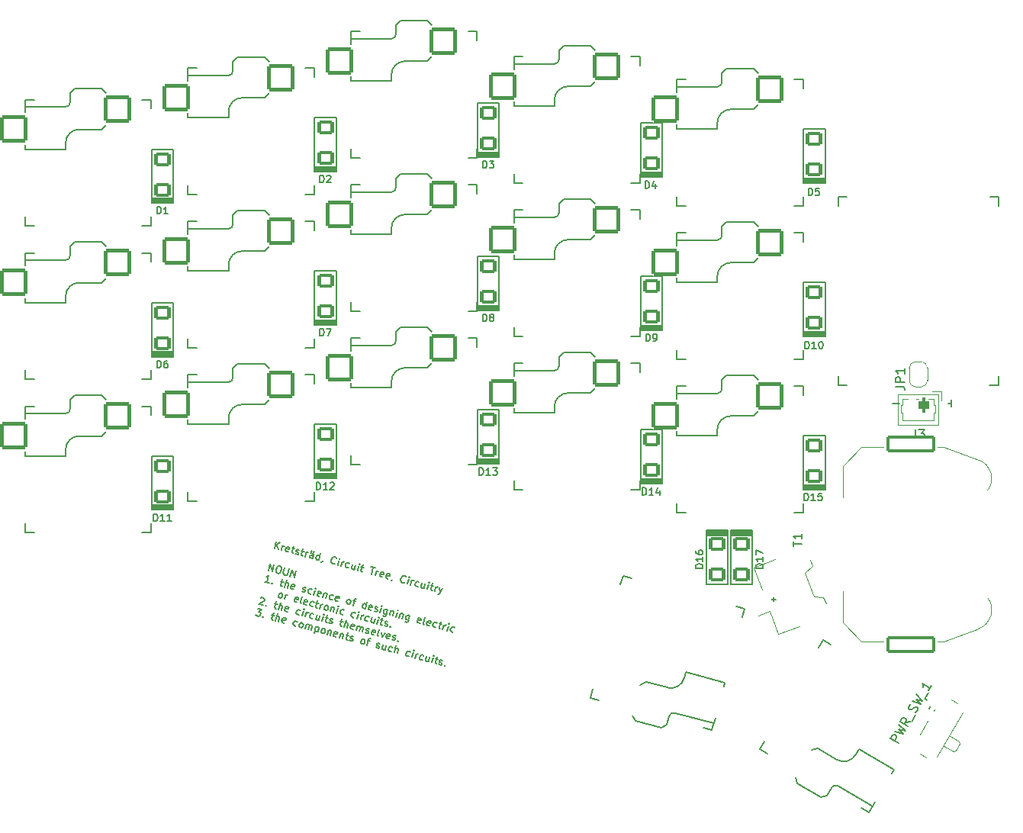
<source format=gto>
G04 #@! TF.GenerationSoftware,KiCad,Pcbnew,(6.0.6-0)*
G04 #@! TF.CreationDate,2022-09-17T12:29:46+08:00*
G04 #@! TF.ProjectId,Kretstr_d,4b726574-7374-472e-9464-2e6b69636164,rev?*
G04 #@! TF.SameCoordinates,Original*
G04 #@! TF.FileFunction,Legend,Top*
G04 #@! TF.FilePolarity,Positive*
%FSLAX46Y46*%
G04 Gerber Fmt 4.6, Leading zero omitted, Abs format (unit mm)*
G04 Created by KiCad (PCBNEW (6.0.6-0)) date 2022-09-17 12:29:46*
%MOMM*%
%LPD*%
G01*
G04 APERTURE LIST*
G04 Aperture macros list*
%AMRoundRect*
0 Rectangle with rounded corners*
0 $1 Rounding radius*
0 $2 $3 $4 $5 $6 $7 $8 $9 X,Y pos of 4 corners*
0 Add a 4 corners polygon primitive as box body*
4,1,4,$2,$3,$4,$5,$6,$7,$8,$9,$2,$3,0*
0 Add four circle primitives for the rounded corners*
1,1,$1+$1,$2,$3*
1,1,$1+$1,$4,$5*
1,1,$1+$1,$6,$7*
1,1,$1+$1,$8,$9*
0 Add four rect primitives between the rounded corners*
20,1,$1+$1,$2,$3,$4,$5,0*
20,1,$1+$1,$4,$5,$6,$7,0*
20,1,$1+$1,$6,$7,$8,$9,0*
20,1,$1+$1,$8,$9,$2,$3,0*%
%AMFreePoly0*
4,1,22,0.686777,0.580194,0.756366,0.524698,0.794986,0.444504,0.800000,0.400000,0.800000,0.200000,0.780194,0.113223,0.741421,0.058579,0.141421,-0.541421,0.066056,-0.588777,-0.022393,-0.598742,-0.106406,-0.569345,-0.141421,-0.541421,-0.741421,0.058579,-0.788777,0.133944,-0.800000,0.200000,-0.800000,0.400000,-0.780194,0.486777,-0.724698,0.556366,-0.644504,0.594986,-0.600000,0.600000,
0.600000,0.600000,0.686777,0.580194,0.686777,0.580194,$1*%
%AMFreePoly1*
4,1,26,0.706406,1.169345,0.769345,1.106406,0.798742,1.022393,0.800000,1.000000,0.800000,-0.250000,0.780194,-0.336777,0.724698,-0.406366,0.644504,-0.444986,0.600000,-0.450000,-0.600000,-0.450000,-0.686777,-0.430194,-0.756366,-0.374698,-0.794986,-0.294504,-0.800000,-0.250000,-0.800000,1.000000,-0.780194,1.086777,-0.724698,1.156366,-0.644504,1.194986,-0.555496,1.194986,-0.475302,1.156366,
-0.458579,1.141421,0.000000,0.682842,0.458579,1.141421,0.533944,1.188777,0.622393,1.198742,0.706406,1.169345,0.706406,1.169345,$1*%
%AMFreePoly2*
4,1,41,0.586777,0.930194,0.656366,0.874698,0.694986,0.794504,0.700000,0.750000,0.700000,-0.750000,0.680194,-0.836777,0.624698,-0.906366,0.544504,-0.944986,0.500000,-0.950000,0.000000,-0.950000,-0.023504,-0.944635,-0.083606,-0.943534,-0.139582,-0.934468,-0.274897,-0.892193,-0.326080,-0.867780,-0.444090,-0.789225,-0.486362,-0.751429,-0.577582,-0.642910,-0.607548,-0.594768,-0.664643,-0.465009,
-0.679893,-0.410393,-0.697476,-0.275933,-0.697084,-0.275882,-0.700000,-0.250000,-0.700000,0.250000,-0.697921,0.259109,-0.697582,0.286880,-0.675771,0.426957,-0.659192,0.481183,-0.598944,0.609508,-0.567811,0.656904,-0.473967,0.763162,-0.430783,0.799915,-0.310888,0.875563,-0.259125,0.898717,-0.122818,0.937674,-0.066635,0.945370,-0.042411,0.945222,0.000000,0.950000,0.500000,0.950000,
0.586777,0.930194,0.586777,0.930194,$1*%
%AMFreePoly3*
4,1,41,0.022678,0.944824,0.075125,0.944504,0.131210,0.936123,0.267031,0.895504,0.318507,0.871718,0.437469,0.794611,0.480202,0.757333,0.572740,0.649936,0.603290,0.602165,0.661967,0.473113,0.677883,0.418686,0.697980,0.278353,0.700000,0.250000,0.700000,-0.250000,0.699985,-0.252439,0.699836,-0.264655,0.697079,-0.295398,0.673559,-0.435199,0.656318,-0.489221,0.594506,-0.616800,
0.562797,-0.663810,0.467662,-0.768914,0.424032,-0.805137,0.303222,-0.879314,0.251181,-0.901834,0.114408,-0.939123,0.058135,-0.946132,0.037663,-0.945757,0.000000,-0.950000,-0.500000,-0.950000,-0.586777,-0.930194,-0.656366,-0.874698,-0.694986,-0.794504,-0.700000,-0.750000,-0.700000,0.750000,-0.680194,0.836777,-0.624698,0.906366,-0.544504,0.944986,-0.500000,0.950000,0.000000,0.950000,
0.022678,0.944824,0.022678,0.944824,$1*%
G04 Aperture macros list end*
%ADD10C,0.150000*%
%ADD11C,0.200000*%
%ADD12C,0.120000*%
%ADD13C,0.100000*%
%ADD14RoundRect,0.200000X0.700000X-0.600000X0.700000X0.600000X-0.700000X0.600000X-0.700000X-0.600000X0*%
%ADD15C,2.125000*%
%ADD16C,3.400000*%
%ADD17C,3.829000*%
%ADD18RoundRect,0.200000X1.300000X1.300000X-1.300000X1.300000X-1.300000X-1.300000X1.300000X-1.300000X0*%
%ADD19C,3.600000*%
%ADD20C,4.800000*%
%ADD21RoundRect,0.200000X0.096410X-0.633013X0.596410X0.233013X-0.096410X0.633013X-0.596410X-0.233013X0*%
%ADD22C,1.300000*%
%ADD23RoundRect,0.200000X0.474519X-0.678109X0.824519X-0.071891X-0.474519X0.678109X-0.824519X0.071891X0*%
%ADD24RoundRect,0.400000X0.200000X0.450000X-0.200000X0.450000X-0.200000X-0.450000X0.200000X-0.450000X0*%
%ADD25O,1.200000X1.700000*%
%ADD26RoundRect,0.200000X-1.775833X-0.475833X0.475833X-1.775833X1.775833X0.475833X-0.475833X1.775833X0*%
%ADD27RoundRect,0.200000X-0.700000X0.600000X-0.700000X-0.600000X0.700000X-0.600000X0.700000X0.600000X0*%
%ADD28RoundRect,0.400000X0.773173X0.068577X0.636365X0.444454X-0.773173X-0.068577X-0.636365X-0.444454X0*%
%ADD29RoundRect,0.450000X1.475870X0.111502X1.202254X0.863256X-1.475870X-0.111502X-1.202254X-0.863256X0*%
%ADD30C,2.000000*%
%ADD31FreePoly0,270.000000*%
%ADD32FreePoly0,90.000000*%
%ADD33FreePoly1,90.000000*%
%ADD34FreePoly1,270.000000*%
%ADD35RoundRect,0.200000X-1.592168X-0.919239X0.919239X-1.592168X1.592168X0.919239X-0.919239X1.592168X0*%
%ADD36FreePoly2,90.000000*%
%ADD37FreePoly3,90.000000*%
%ADD38RoundRect,0.200000X2.540000X-0.768600X2.540000X0.768600X-2.540000X0.768600X-2.540000X-0.768600X0*%
%ADD39C,16.400000*%
G04 APERTURE END LIST*
D10*
X163692709Y-112261076D02*
X163235567Y-112261076D01*
X186497552Y-92661616D02*
X185735647Y-92661616D01*
X186116600Y-93042568D02*
X186116600Y-92280664D01*
X110980023Y-108749444D02*
X111187079Y-107976704D01*
X111421589Y-108867762D02*
X111208732Y-108337458D01*
X111628645Y-108095021D02*
X111068761Y-108418270D01*
X111752764Y-108956500D02*
X111890801Y-108441339D01*
X111851362Y-108588528D02*
X111907878Y-108524793D01*
X111954535Y-108497856D01*
X112037989Y-108480778D01*
X112111584Y-108500498D01*
X112535364Y-109126758D02*
X112451910Y-109143835D01*
X112304722Y-109104396D01*
X112240987Y-109047879D01*
X112223909Y-108964425D01*
X112302788Y-108670048D01*
X112359304Y-108606313D01*
X112442758Y-108589236D01*
X112589947Y-108628675D01*
X112653682Y-108685192D01*
X112670759Y-108768646D01*
X112651040Y-108842240D01*
X112263348Y-108817237D01*
X112921122Y-108717413D02*
X113215499Y-108796291D01*
X113100532Y-108489412D02*
X112923056Y-109151761D01*
X112940133Y-109235215D01*
X113003868Y-109291732D01*
X113077462Y-109311451D01*
X113308105Y-109333813D02*
X113371840Y-109390330D01*
X113519028Y-109429769D01*
X113602482Y-109412691D01*
X113658999Y-109348957D01*
X113668859Y-109312159D01*
X113651781Y-109228705D01*
X113588047Y-109172189D01*
X113477655Y-109142609D01*
X113413921Y-109086092D01*
X113396843Y-109002638D01*
X113406703Y-108965841D01*
X113463220Y-108902107D01*
X113546674Y-108885029D01*
X113657065Y-108914608D01*
X113720800Y-108971125D01*
X113988240Y-109003346D02*
X114282617Y-109082224D01*
X114167650Y-108775345D02*
X113990174Y-109437694D01*
X114007251Y-109521149D01*
X114070986Y-109577665D01*
X114144580Y-109597385D01*
X114402161Y-109666403D02*
X114540197Y-109151243D01*
X114500758Y-109298432D02*
X114557275Y-109234697D01*
X114603932Y-109207760D01*
X114687386Y-109190682D01*
X114760980Y-109210401D01*
X115211698Y-109883318D02*
X115320156Y-109478549D01*
X115303078Y-109395095D01*
X115239344Y-109338579D01*
X115092155Y-109299139D01*
X115008701Y-109316217D01*
X115221558Y-109846521D02*
X115138104Y-109863599D01*
X114954118Y-109814300D01*
X114890384Y-109757783D01*
X114873306Y-109674329D01*
X114893025Y-109600735D01*
X114949542Y-109537000D01*
X115032996Y-109519922D01*
X115216982Y-109569221D01*
X115300436Y-109552144D01*
X115087579Y-109021840D02*
X115114516Y-109068497D01*
X115067859Y-109095434D01*
X115040922Y-109048777D01*
X115087579Y-109021840D01*
X115067859Y-109095434D01*
X115381956Y-109100718D02*
X115408894Y-109147375D01*
X115362237Y-109174312D01*
X115335299Y-109127655D01*
X115381956Y-109100718D01*
X115362237Y-109174312D01*
X115910845Y-110070654D02*
X116117900Y-109297913D01*
X115920704Y-110033857D02*
X115837250Y-110050934D01*
X115690062Y-110011495D01*
X115626327Y-109954979D01*
X115599390Y-109908322D01*
X115582312Y-109824868D01*
X115641471Y-109604085D01*
X115697987Y-109540350D01*
X115744644Y-109513413D01*
X115828098Y-109496335D01*
X115975287Y-109535774D01*
X116039022Y-109592291D01*
X116325473Y-110142314D02*
X116315614Y-110179111D01*
X116259097Y-110242846D01*
X116212440Y-110269783D01*
X117696829Y-110470329D02*
X117650172Y-110497266D01*
X117529920Y-110504484D01*
X117456326Y-110484764D01*
X117355794Y-110418388D01*
X117301919Y-110325074D01*
X117284842Y-110241620D01*
X117287484Y-110084571D01*
X117317063Y-109974180D01*
X117393299Y-109836851D01*
X117449816Y-109773116D01*
X117543130Y-109719242D01*
X117663381Y-109712024D01*
X117736976Y-109731743D01*
X117837507Y-109798120D01*
X117864445Y-109844777D01*
X118008284Y-110632661D02*
X118146320Y-110117501D01*
X118215339Y-109859920D02*
X118168682Y-109886858D01*
X118195619Y-109933515D01*
X118242276Y-109906577D01*
X118215339Y-109859920D01*
X118195619Y-109933515D01*
X118376255Y-110731259D02*
X118514292Y-110216098D01*
X118474853Y-110363287D02*
X118531370Y-110299552D01*
X118578027Y-110272615D01*
X118661481Y-110255537D01*
X118735075Y-110275257D01*
X119195653Y-110911377D02*
X119112199Y-110928454D01*
X118965010Y-110889015D01*
X118901276Y-110832498D01*
X118874338Y-110785841D01*
X118857261Y-110702387D01*
X118916419Y-110481604D01*
X118972936Y-110417870D01*
X119019593Y-110390932D01*
X119103047Y-110373855D01*
X119250236Y-110413294D01*
X119313970Y-110469811D01*
X119986179Y-110610489D02*
X119848142Y-111125650D01*
X119655005Y-110521751D02*
X119546547Y-110926520D01*
X119563625Y-111009974D01*
X119627359Y-111066491D01*
X119737751Y-111096070D01*
X119821205Y-111078993D01*
X119867862Y-111052055D01*
X120216114Y-111224247D02*
X120354151Y-110709087D01*
X120423169Y-110451507D02*
X120376512Y-110478444D01*
X120403450Y-110525101D01*
X120450107Y-110498164D01*
X120423169Y-110451507D01*
X120403450Y-110525101D01*
X120611731Y-110778105D02*
X120906108Y-110856984D01*
X120791141Y-110550105D02*
X120613665Y-111212454D01*
X120630743Y-111295908D01*
X120694477Y-111352424D01*
X120768072Y-111372144D01*
X121711070Y-110796599D02*
X122152636Y-110914916D01*
X121724798Y-111628498D02*
X121931853Y-110855757D01*
X122203161Y-111756675D02*
X122341198Y-111241515D01*
X122301759Y-111388703D02*
X122358276Y-111324969D01*
X122404933Y-111298031D01*
X122488387Y-111280954D01*
X122561981Y-111300673D01*
X122985762Y-111926933D02*
X122902308Y-111944011D01*
X122755119Y-111904572D01*
X122691385Y-111848055D01*
X122674307Y-111764601D01*
X122753185Y-111470224D01*
X122809702Y-111406489D01*
X122893156Y-111389411D01*
X123040345Y-111428850D01*
X123104079Y-111485367D01*
X123121157Y-111568821D01*
X123101437Y-111642416D01*
X122713746Y-111617412D01*
X123648111Y-112104409D02*
X123564657Y-112121487D01*
X123417468Y-112082048D01*
X123353734Y-112025531D01*
X123336656Y-111942077D01*
X123415534Y-111647699D01*
X123472051Y-111583965D01*
X123555505Y-111566887D01*
X123702694Y-111606326D01*
X123766428Y-111662843D01*
X123783506Y-111746297D01*
X123763786Y-111819892D01*
X123376095Y-111794888D01*
X124052880Y-112212867D02*
X124043020Y-112249664D01*
X123986503Y-112313398D01*
X123939847Y-112340336D01*
X125424235Y-112540881D02*
X125377578Y-112567819D01*
X125257327Y-112575036D01*
X125183733Y-112555317D01*
X125083201Y-112488940D01*
X125029326Y-112395626D01*
X125012248Y-112312172D01*
X125014890Y-112155124D01*
X125044470Y-112044732D01*
X125120706Y-111907403D01*
X125177223Y-111843669D01*
X125270537Y-111789794D01*
X125390788Y-111782576D01*
X125464382Y-111802296D01*
X125564914Y-111868672D01*
X125591851Y-111915329D01*
X125735690Y-112703213D02*
X125873727Y-112188053D01*
X125942745Y-111930473D02*
X125896088Y-111957410D01*
X125923026Y-112004067D01*
X125969683Y-111977130D01*
X125942745Y-111930473D01*
X125923026Y-112004067D01*
X126103662Y-112801811D02*
X126241699Y-112286651D01*
X126202260Y-112433839D02*
X126258776Y-112370105D01*
X126305433Y-112343167D01*
X126388887Y-112326090D01*
X126462482Y-112345809D01*
X126923060Y-112981929D02*
X126839605Y-112999007D01*
X126692417Y-112959568D01*
X126628682Y-112903051D01*
X126601745Y-112856394D01*
X126584667Y-112772940D01*
X126643826Y-112552157D01*
X126700342Y-112488422D01*
X126746999Y-112461485D01*
X126830454Y-112444407D01*
X126977642Y-112483846D01*
X127041377Y-112540363D01*
X127713586Y-112681042D02*
X127575549Y-113196202D01*
X127382411Y-112592304D02*
X127273954Y-112997073D01*
X127291031Y-113080527D01*
X127354766Y-113137043D01*
X127465157Y-113166623D01*
X127548612Y-113149545D01*
X127595268Y-113122608D01*
X127943521Y-113294800D02*
X128081557Y-112779639D01*
X128150576Y-112522059D02*
X128103919Y-112548997D01*
X128130856Y-112595653D01*
X128177513Y-112568716D01*
X128150576Y-112522059D01*
X128130856Y-112595653D01*
X128339138Y-112848658D02*
X128633515Y-112927536D01*
X128518548Y-112620657D02*
X128341072Y-113283006D01*
X128358149Y-113366460D01*
X128421884Y-113422977D01*
X128495478Y-113442696D01*
X128753058Y-113511715D02*
X128891095Y-112996554D01*
X128851656Y-113143743D02*
X128908173Y-113080008D01*
X128954830Y-113053071D01*
X129038284Y-113035993D01*
X129111878Y-113055713D01*
X129295864Y-113105012D02*
X129341813Y-113669471D01*
X129663836Y-113203610D02*
X129341813Y-113669471D01*
X129218920Y-113833738D01*
X129172263Y-113860675D01*
X129088809Y-113877753D01*
X110313305Y-111237668D02*
X110520361Y-110464928D01*
X110754871Y-111355986D01*
X110961927Y-110583245D01*
X111477087Y-110721282D02*
X111624276Y-110760721D01*
X111688010Y-110817238D01*
X111741885Y-110910552D01*
X111739243Y-111067600D01*
X111670225Y-111325180D01*
X111593989Y-111462509D01*
X111500675Y-111516384D01*
X111417221Y-111533462D01*
X111270032Y-111494022D01*
X111206297Y-111437506D01*
X111152422Y-111344192D01*
X111155064Y-111187143D01*
X111224083Y-110929563D01*
X111300319Y-110792234D01*
X111393633Y-110738359D01*
X111477087Y-110721282D01*
X112139436Y-110898758D02*
X111971820Y-111524310D01*
X111988898Y-111607764D01*
X112015835Y-111654421D01*
X112079570Y-111710937D01*
X112226758Y-111750377D01*
X112310212Y-111733299D01*
X112356869Y-111706362D01*
X112413386Y-111642627D01*
X112581002Y-111017075D01*
X112741919Y-111888413D02*
X112948974Y-111115673D01*
X113183485Y-112006731D01*
X113390540Y-111233990D01*
X110384715Y-112590238D02*
X109943149Y-112471921D01*
X110163932Y-112531079D02*
X110370987Y-111758339D01*
X110267814Y-111849011D01*
X110174500Y-111902885D01*
X110091046Y-111919963D01*
X110735609Y-112605381D02*
X110762547Y-112652038D01*
X110715890Y-112678976D01*
X110688952Y-112632319D01*
X110735609Y-112605381D01*
X110715890Y-112678976D01*
X111700262Y-112390590D02*
X111994639Y-112469468D01*
X111879672Y-112162589D02*
X111702196Y-112824938D01*
X111719273Y-112908393D01*
X111783008Y-112964909D01*
X111856602Y-112984629D01*
X112114182Y-113053647D02*
X112321238Y-112280907D01*
X112445357Y-113142385D02*
X112553814Y-112737616D01*
X112536737Y-112654162D01*
X112473002Y-112597645D01*
X112362611Y-112568066D01*
X112279157Y-112585144D01*
X112232500Y-112612081D01*
X113117566Y-113283064D02*
X113034112Y-113300142D01*
X112886923Y-113260702D01*
X112823188Y-113204186D01*
X112806111Y-113120732D01*
X112884989Y-112826354D01*
X112941506Y-112762620D01*
X113024960Y-112745542D01*
X113172149Y-112784981D01*
X113235883Y-112841498D01*
X113252961Y-112924952D01*
X113233241Y-112998546D01*
X112845550Y-112973543D01*
X114037495Y-113529558D02*
X114101230Y-113586075D01*
X114248419Y-113625514D01*
X114331873Y-113608436D01*
X114388389Y-113544702D01*
X114398249Y-113507905D01*
X114381172Y-113424451D01*
X114317437Y-113367934D01*
X114207045Y-113338355D01*
X114143311Y-113281838D01*
X114126233Y-113198384D01*
X114136093Y-113161587D01*
X114192610Y-113097852D01*
X114276064Y-113080774D01*
X114386455Y-113110354D01*
X114450190Y-113166870D01*
X115031019Y-113795772D02*
X114947565Y-113812850D01*
X114800376Y-113773411D01*
X114736642Y-113716894D01*
X114709704Y-113670237D01*
X114692627Y-113586783D01*
X114751785Y-113366000D01*
X114808302Y-113302265D01*
X114854959Y-113275328D01*
X114938413Y-113258250D01*
X115085602Y-113297689D01*
X115149336Y-113354206D01*
X115352334Y-113921307D02*
X115490371Y-113406147D01*
X115559389Y-113148567D02*
X115512732Y-113175504D01*
X115539669Y-113222161D01*
X115586326Y-113195224D01*
X115559389Y-113148567D01*
X115539669Y-113222161D01*
X116024543Y-114061986D02*
X115941089Y-114079064D01*
X115793900Y-114039625D01*
X115730165Y-113983108D01*
X115713088Y-113899654D01*
X115791966Y-113605276D01*
X115848483Y-113541542D01*
X115931937Y-113524464D01*
X116079125Y-113563903D01*
X116142860Y-113620420D01*
X116159938Y-113703874D01*
X116140218Y-113777468D01*
X115752527Y-113752465D01*
X116520691Y-113682220D02*
X116382655Y-114197381D01*
X116500972Y-113755815D02*
X116547629Y-113728877D01*
X116631083Y-113711800D01*
X116741474Y-113741379D01*
X116805209Y-113797896D01*
X116822287Y-113881350D01*
X116713829Y-114286119D01*
X117422835Y-114436657D02*
X117339381Y-114453735D01*
X117192192Y-114414296D01*
X117128458Y-114357779D01*
X117101520Y-114311122D01*
X117084443Y-114227668D01*
X117143601Y-114006885D01*
X117200118Y-113943151D01*
X117246775Y-113916213D01*
X117330229Y-113899135D01*
X117477418Y-113938575D01*
X117541153Y-113995091D01*
X118048387Y-114604274D02*
X117964933Y-114621351D01*
X117817744Y-114581912D01*
X117754010Y-114525395D01*
X117736932Y-114441941D01*
X117815810Y-114147564D01*
X117872327Y-114083829D01*
X117955781Y-114066752D01*
X118102970Y-114106191D01*
X118166705Y-114162707D01*
X118183782Y-114246162D01*
X118164063Y-114319756D01*
X117776371Y-114294753D01*
X119105646Y-114927004D02*
X119041911Y-114870487D01*
X119014974Y-114823830D01*
X118997896Y-114740376D01*
X119057055Y-114519593D01*
X119113571Y-114455859D01*
X119160228Y-114428921D01*
X119243682Y-114411844D01*
X119354074Y-114441423D01*
X119417808Y-114497940D01*
X119444746Y-114544597D01*
X119461823Y-114628051D01*
X119402665Y-114848834D01*
X119346148Y-114912568D01*
X119299491Y-114939506D01*
X119216037Y-114956583D01*
X119105646Y-114927004D01*
X119722046Y-114540021D02*
X120016423Y-114618899D01*
X119694400Y-115084760D02*
X119871876Y-114422411D01*
X119928393Y-114358677D01*
X120011847Y-114341599D01*
X120085441Y-114361319D01*
X121055896Y-115449572D02*
X121262951Y-114676831D01*
X121065756Y-115412775D02*
X120982301Y-115429853D01*
X120835113Y-115390413D01*
X120771378Y-115333897D01*
X120744441Y-115287240D01*
X120727363Y-115203786D01*
X120786522Y-114983003D01*
X120843038Y-114919268D01*
X120889695Y-114892331D01*
X120973150Y-114875253D01*
X121120338Y-114914692D01*
X121184073Y-114971209D01*
X121728105Y-115590251D02*
X121644651Y-115607328D01*
X121497462Y-115567889D01*
X121433727Y-115511373D01*
X121416650Y-115427919D01*
X121495528Y-115133541D01*
X121552045Y-115069807D01*
X121635499Y-115052729D01*
X121782687Y-115092168D01*
X121846422Y-115148685D01*
X121863500Y-115232139D01*
X121843780Y-115305733D01*
X121456089Y-115280730D01*
X122059279Y-115678989D02*
X122123014Y-115735506D01*
X122270203Y-115774945D01*
X122353657Y-115757867D01*
X122410173Y-115694132D01*
X122420033Y-115657335D01*
X122402956Y-115573881D01*
X122339221Y-115517364D01*
X122228829Y-115487785D01*
X122165095Y-115431268D01*
X122148017Y-115347814D01*
X122157877Y-115311017D01*
X122214394Y-115247282D01*
X122297848Y-115230205D01*
X122408239Y-115259784D01*
X122471974Y-115316301D01*
X122711769Y-115893262D02*
X122849805Y-115378101D01*
X122918824Y-115120521D02*
X122872167Y-115147459D01*
X122899104Y-115194116D01*
X122945761Y-115167178D01*
X122918824Y-115120521D01*
X122899104Y-115194116D01*
X123548952Y-115565437D02*
X123381336Y-116190989D01*
X123324819Y-116254724D01*
X123278162Y-116281661D01*
X123194708Y-116298739D01*
X123084316Y-116269159D01*
X123020582Y-116212643D01*
X123420775Y-116043800D02*
X123337321Y-116060878D01*
X123190132Y-116021439D01*
X123126397Y-115964922D01*
X123099460Y-115918265D01*
X123082382Y-115834811D01*
X123141541Y-115614028D01*
X123198058Y-115550294D01*
X123244715Y-115523356D01*
X123328169Y-115506278D01*
X123475357Y-115545718D01*
X123539092Y-115602234D01*
X123916923Y-115664035D02*
X123778887Y-116179195D01*
X123897204Y-115737629D02*
X123943861Y-115710692D01*
X124027315Y-115693614D01*
X124137707Y-115723194D01*
X124201441Y-115779710D01*
X124218519Y-115863164D01*
X124110061Y-116267933D01*
X124478033Y-116366531D02*
X124616070Y-115851371D01*
X124685088Y-115593790D02*
X124638431Y-115620728D01*
X124665369Y-115667385D01*
X124712026Y-115640447D01*
X124685088Y-115593790D01*
X124665369Y-115667385D01*
X124984042Y-115949968D02*
X124846005Y-116465129D01*
X124964322Y-116023563D02*
X125010979Y-115996625D01*
X125094433Y-115979548D01*
X125204825Y-116009127D01*
X125268559Y-116065644D01*
X125285637Y-116149098D01*
X125177179Y-116553867D01*
X126014362Y-116226042D02*
X125846746Y-116851594D01*
X125790230Y-116915328D01*
X125743573Y-116942266D01*
X125660118Y-116959344D01*
X125549727Y-116929764D01*
X125485992Y-116873247D01*
X125886185Y-116704405D02*
X125802731Y-116721483D01*
X125655543Y-116682044D01*
X125591808Y-116625527D01*
X125564871Y-116578870D01*
X125547793Y-116495416D01*
X125606952Y-116274633D01*
X125663468Y-116210898D01*
X125710125Y-116183961D01*
X125793579Y-116166883D01*
X125940768Y-116206322D01*
X126004503Y-116262839D01*
X127137289Y-117039637D02*
X127053835Y-117056715D01*
X126906646Y-117017276D01*
X126842912Y-116960759D01*
X126825834Y-116877305D01*
X126904712Y-116582928D01*
X126961229Y-116519193D01*
X127044683Y-116502116D01*
X127191872Y-116541555D01*
X127255607Y-116598071D01*
X127272684Y-116681526D01*
X127252965Y-116755120D01*
X126865273Y-116730116D01*
X127605793Y-117204612D02*
X127542058Y-117148095D01*
X127524981Y-117064641D01*
X127702457Y-116402292D01*
X128204407Y-117325571D02*
X128120953Y-117342649D01*
X127973765Y-117303209D01*
X127910030Y-117246693D01*
X127892952Y-117163239D01*
X127971831Y-116868861D01*
X128028347Y-116805127D01*
X128111801Y-116788049D01*
X128258990Y-116827488D01*
X128322725Y-116884005D01*
X128339802Y-116967459D01*
X128320083Y-117041053D01*
X127932391Y-117016050D01*
X128903554Y-117512907D02*
X128820100Y-117529984D01*
X128672911Y-117490545D01*
X128609176Y-117434028D01*
X128582239Y-117387371D01*
X128565161Y-117303917D01*
X128624320Y-117083134D01*
X128680837Y-117019400D01*
X128727494Y-116992462D01*
X128810948Y-116975385D01*
X128958136Y-117014824D01*
X129021871Y-117071341D01*
X129252514Y-117093702D02*
X129546891Y-117172580D01*
X129431924Y-116865701D02*
X129254448Y-117528050D01*
X129271525Y-117611504D01*
X129335260Y-117668021D01*
X129408854Y-117687741D01*
X129666435Y-117756759D02*
X129804471Y-117241599D01*
X129765032Y-117388787D02*
X129821549Y-117325053D01*
X129868206Y-117298115D01*
X129951660Y-117281038D01*
X130025254Y-117300757D01*
X130144798Y-117884936D02*
X130282835Y-117369776D01*
X130351853Y-117112195D02*
X130305196Y-117139133D01*
X130332134Y-117185790D01*
X130378790Y-117158852D01*
X130351853Y-117112195D01*
X130332134Y-117185790D01*
X130853804Y-118035475D02*
X130770350Y-118052552D01*
X130623161Y-118013113D01*
X130559427Y-117956596D01*
X130532489Y-117909939D01*
X130515411Y-117826485D01*
X130574570Y-117605702D01*
X130631087Y-117541968D01*
X130677744Y-117515030D01*
X130761198Y-117497953D01*
X130908387Y-117537392D01*
X130972121Y-117593908D01*
X111523243Y-114228741D02*
X111459509Y-114172224D01*
X111432571Y-114125567D01*
X111415494Y-114042113D01*
X111474652Y-113821330D01*
X111531169Y-113757595D01*
X111577826Y-113730658D01*
X111661280Y-113713580D01*
X111771672Y-113743160D01*
X111835406Y-113799676D01*
X111862344Y-113846333D01*
X111879421Y-113929787D01*
X111820262Y-114150571D01*
X111763746Y-114214305D01*
X111717089Y-114241243D01*
X111633635Y-114258320D01*
X111523243Y-114228741D01*
X112111998Y-114386497D02*
X112250035Y-113871337D01*
X112210596Y-114018525D02*
X112267112Y-113954791D01*
X112313769Y-113927853D01*
X112397223Y-113910776D01*
X112470818Y-113930495D01*
X113483353Y-114714512D02*
X113399899Y-114731589D01*
X113252710Y-114692150D01*
X113188976Y-114635633D01*
X113171898Y-114552179D01*
X113250776Y-114257802D01*
X113307293Y-114194067D01*
X113390747Y-114176990D01*
X113537936Y-114216429D01*
X113601670Y-114272946D01*
X113618748Y-114356400D01*
X113599029Y-114429994D01*
X113211337Y-114404991D01*
X113951857Y-114879486D02*
X113888122Y-114822969D01*
X113871044Y-114739515D01*
X114048520Y-114077166D01*
X114550471Y-115000445D02*
X114467017Y-115017523D01*
X114319828Y-114978084D01*
X114256094Y-114921567D01*
X114239016Y-114838113D01*
X114317894Y-114543735D01*
X114374411Y-114480001D01*
X114457865Y-114462923D01*
X114605054Y-114502362D01*
X114668789Y-114558879D01*
X114685866Y-114642333D01*
X114666147Y-114715927D01*
X114278455Y-114690924D01*
X115249618Y-115187781D02*
X115166163Y-115204858D01*
X115018975Y-115165419D01*
X114955240Y-115108903D01*
X114928303Y-115062246D01*
X114911225Y-114978791D01*
X114970384Y-114758008D01*
X115026901Y-114694274D01*
X115073557Y-114667336D01*
X115157012Y-114650259D01*
X115304200Y-114689698D01*
X115367935Y-114746215D01*
X115598578Y-114768576D02*
X115892955Y-114847454D01*
X115777988Y-114540575D02*
X115600512Y-115202924D01*
X115617589Y-115286378D01*
X115681324Y-115342895D01*
X115754918Y-115362615D01*
X116012498Y-115431633D02*
X116150535Y-114916473D01*
X116111096Y-115063661D02*
X116167613Y-114999927D01*
X116214270Y-114972989D01*
X116297724Y-114955912D01*
X116371318Y-114975631D01*
X116601253Y-115589390D02*
X116537519Y-115532873D01*
X116510581Y-115486216D01*
X116493504Y-115402762D01*
X116552662Y-115181979D01*
X116609179Y-115118244D01*
X116655836Y-115091307D01*
X116739290Y-115074229D01*
X116849682Y-115103808D01*
X116913416Y-115160325D01*
X116940354Y-115206982D01*
X116957431Y-115290436D01*
X116898273Y-115511219D01*
X116841756Y-115574954D01*
X116795099Y-115601891D01*
X116711645Y-115618969D01*
X116601253Y-115589390D01*
X117328045Y-115231985D02*
X117190008Y-115747146D01*
X117308325Y-115305580D02*
X117354982Y-115278642D01*
X117438436Y-115261565D01*
X117548828Y-115291144D01*
X117612562Y-115347661D01*
X117629640Y-115431115D01*
X117521183Y-115835884D01*
X117889154Y-115934482D02*
X118027191Y-115419321D01*
X118096210Y-115161741D02*
X118049553Y-115188678D01*
X118076490Y-115235335D01*
X118123147Y-115208398D01*
X118096210Y-115161741D01*
X118076490Y-115235335D01*
X118598160Y-116085020D02*
X118514706Y-116102098D01*
X118367518Y-116062659D01*
X118303783Y-116006142D01*
X118276846Y-115959485D01*
X118259768Y-115876031D01*
X118318927Y-115655248D01*
X118375443Y-115591513D01*
X118422100Y-115564576D01*
X118505554Y-115547498D01*
X118652743Y-115586937D01*
X118716478Y-115643454D01*
X119849264Y-116420252D02*
X119765810Y-116437330D01*
X119618622Y-116397891D01*
X119554887Y-116341374D01*
X119527950Y-116294717D01*
X119510872Y-116211263D01*
X119570031Y-115990480D01*
X119626547Y-115926745D01*
X119673204Y-115899808D01*
X119756658Y-115882730D01*
X119903847Y-115922170D01*
X119967582Y-115978686D01*
X120170579Y-116545787D02*
X120308616Y-116030627D01*
X120377634Y-115773047D02*
X120330977Y-115799984D01*
X120357915Y-115846641D01*
X120404572Y-115819704D01*
X120377634Y-115773047D01*
X120357915Y-115846641D01*
X120538551Y-116644385D02*
X120676588Y-116129225D01*
X120637149Y-116276413D02*
X120693665Y-116212679D01*
X120740322Y-116185742D01*
X120823776Y-116168664D01*
X120897371Y-116188383D01*
X121357949Y-116824503D02*
X121274494Y-116841581D01*
X121127306Y-116802142D01*
X121063571Y-116745625D01*
X121036634Y-116698968D01*
X121019556Y-116615514D01*
X121078715Y-116394731D01*
X121135231Y-116330996D01*
X121181888Y-116304059D01*
X121265343Y-116286981D01*
X121412531Y-116326420D01*
X121476266Y-116382937D01*
X122148475Y-116523616D02*
X122010438Y-117038776D01*
X121817300Y-116434878D02*
X121708843Y-116839647D01*
X121725920Y-116923101D01*
X121789655Y-116979618D01*
X121900046Y-117009197D01*
X121983500Y-116992119D01*
X122030157Y-116965182D01*
X122378410Y-117137374D02*
X122516446Y-116622213D01*
X122585465Y-116364633D02*
X122538808Y-116391571D01*
X122565745Y-116438228D01*
X122612402Y-116411290D01*
X122585465Y-116364633D01*
X122565745Y-116438228D01*
X122774027Y-116691232D02*
X123068404Y-116770110D01*
X122953437Y-116463231D02*
X122775961Y-117125580D01*
X122793038Y-117209034D01*
X122856773Y-117265551D01*
X122930367Y-117285270D01*
X123161010Y-117307632D02*
X123224745Y-117364149D01*
X123371933Y-117403588D01*
X123455387Y-117386510D01*
X123511904Y-117322776D01*
X123521764Y-117285978D01*
X123504686Y-117202524D01*
X123440952Y-117146008D01*
X123330560Y-117116428D01*
X123266826Y-117059912D01*
X123249748Y-116976457D01*
X123259608Y-116939660D01*
X123316125Y-116875926D01*
X123399579Y-116858848D01*
X123509970Y-116888427D01*
X123573705Y-116944944D01*
X123833219Y-117448311D02*
X123860156Y-117494968D01*
X123813499Y-117521905D01*
X123786562Y-117475248D01*
X123833219Y-117448311D01*
X123813499Y-117521905D01*
X109463767Y-114260998D02*
X109510424Y-114234061D01*
X109593878Y-114216983D01*
X109777864Y-114266282D01*
X109841598Y-114322799D01*
X109868536Y-114369456D01*
X109885613Y-114452910D01*
X109865894Y-114526504D01*
X109799517Y-114627036D01*
X109239634Y-114950285D01*
X109717997Y-115078462D01*
X110068891Y-115093605D02*
X110095829Y-115140262D01*
X110049172Y-115167200D01*
X110022234Y-115120543D01*
X110068891Y-115093605D01*
X110049172Y-115167200D01*
X111033544Y-114878814D02*
X111327921Y-114957692D01*
X111212954Y-114650813D02*
X111035478Y-115313162D01*
X111052555Y-115396617D01*
X111116290Y-115453133D01*
X111189884Y-115472853D01*
X111447464Y-115541871D02*
X111654520Y-114769131D01*
X111778639Y-115630609D02*
X111887096Y-115225840D01*
X111870019Y-115142386D01*
X111806284Y-115085869D01*
X111695893Y-115056290D01*
X111612439Y-115073368D01*
X111565782Y-115100305D01*
X112450848Y-115771288D02*
X112367394Y-115788366D01*
X112220205Y-115748926D01*
X112156470Y-115692410D01*
X112139393Y-115608956D01*
X112218271Y-115314578D01*
X112274788Y-115250844D01*
X112358242Y-115233766D01*
X112505431Y-115273205D01*
X112569165Y-115329722D01*
X112586243Y-115413176D01*
X112566523Y-115486770D01*
X112178832Y-115461767D01*
X113738749Y-116116380D02*
X113655295Y-116133458D01*
X113508106Y-116094019D01*
X113444372Y-116037502D01*
X113417434Y-115990845D01*
X113400357Y-115907391D01*
X113459515Y-115686608D01*
X113516032Y-115622873D01*
X113562689Y-115595936D01*
X113646143Y-115578858D01*
X113793332Y-115618297D01*
X113857066Y-115674814D01*
X114060064Y-116241915D02*
X114198101Y-115726755D01*
X114267119Y-115469174D02*
X114220462Y-115496112D01*
X114247399Y-115542769D01*
X114294056Y-115515831D01*
X114267119Y-115469174D01*
X114247399Y-115542769D01*
X114428036Y-116340513D02*
X114566072Y-115825352D01*
X114526633Y-115972541D02*
X114583150Y-115908807D01*
X114629807Y-115881869D01*
X114713261Y-115864791D01*
X114786855Y-115884511D01*
X115247433Y-116520631D02*
X115163979Y-116537708D01*
X115016790Y-116498269D01*
X114953056Y-116441752D01*
X114926118Y-116395096D01*
X114909041Y-116311641D01*
X114968199Y-116090858D01*
X115024716Y-116027124D01*
X115071373Y-116000186D01*
X115154827Y-115983109D01*
X115302016Y-116022548D01*
X115365750Y-116079065D01*
X116037959Y-116219743D02*
X115899923Y-116734904D01*
X115706785Y-116131005D02*
X115598327Y-116535774D01*
X115615405Y-116619228D01*
X115679139Y-116675745D01*
X115789531Y-116705324D01*
X115872985Y-116688247D01*
X115919642Y-116661309D01*
X116267894Y-116833502D02*
X116405931Y-116318341D01*
X116474949Y-116060761D02*
X116428293Y-116087698D01*
X116455230Y-116134355D01*
X116501887Y-116107418D01*
X116474949Y-116060761D01*
X116455230Y-116134355D01*
X116663511Y-116387359D02*
X116957889Y-116466238D01*
X116842921Y-116159359D02*
X116665445Y-116821708D01*
X116682523Y-116905162D01*
X116746258Y-116961679D01*
X116819852Y-116981398D01*
X117050495Y-117003760D02*
X117114229Y-117060276D01*
X117261418Y-117099715D01*
X117344872Y-117082638D01*
X117401389Y-117018903D01*
X117411249Y-116982106D01*
X117394171Y-116898652D01*
X117330436Y-116842135D01*
X117220045Y-116812556D01*
X117156310Y-116756039D01*
X117139233Y-116672585D01*
X117149092Y-116635788D01*
X117205609Y-116572053D01*
X117289063Y-116554976D01*
X117399455Y-116584555D01*
X117463189Y-116641072D01*
X118319384Y-116831049D02*
X118613762Y-116909927D01*
X118498794Y-116603048D02*
X118321318Y-117265398D01*
X118338396Y-117348852D01*
X118402130Y-117405368D01*
X118475725Y-117425088D01*
X118733305Y-117494106D02*
X118940360Y-116721366D01*
X119064479Y-117582844D02*
X119172937Y-117178075D01*
X119155859Y-117094621D01*
X119092125Y-117038105D01*
X118981733Y-117008525D01*
X118898279Y-117025603D01*
X118851622Y-117052540D01*
X119736688Y-117723523D02*
X119653234Y-117740601D01*
X119506046Y-117701162D01*
X119442311Y-117644645D01*
X119425233Y-117561191D01*
X119504112Y-117266813D01*
X119560628Y-117203079D01*
X119644082Y-117186001D01*
X119791271Y-117225440D01*
X119855006Y-117281957D01*
X119872083Y-117365411D01*
X119852364Y-117439005D01*
X119464672Y-117414002D01*
X120094800Y-117858918D02*
X120232837Y-117343757D01*
X120213118Y-117417352D02*
X120259775Y-117390414D01*
X120343229Y-117373337D01*
X120453620Y-117402916D01*
X120517355Y-117459433D01*
X120534432Y-117542887D01*
X120425975Y-117947656D01*
X120534432Y-117542887D02*
X120590949Y-117479152D01*
X120674403Y-117462075D01*
X120784795Y-117491654D01*
X120848529Y-117548171D01*
X120865607Y-117631625D01*
X120757150Y-118036394D01*
X121098184Y-118088335D02*
X121161918Y-118144851D01*
X121309107Y-118184290D01*
X121392561Y-118167213D01*
X121449078Y-118103478D01*
X121458938Y-118066681D01*
X121441860Y-117983227D01*
X121378126Y-117926710D01*
X121267734Y-117897131D01*
X121203999Y-117840614D01*
X121186922Y-117757160D01*
X121196782Y-117720363D01*
X121253298Y-117656628D01*
X121336752Y-117639551D01*
X121447144Y-117669130D01*
X121510879Y-117725647D01*
X122054910Y-118344689D02*
X121971456Y-118361766D01*
X121824268Y-118322327D01*
X121760533Y-118265811D01*
X121743455Y-118182356D01*
X121822334Y-117887979D01*
X121878850Y-117824244D01*
X121962304Y-117807167D01*
X122109493Y-117846606D01*
X122173228Y-117903123D01*
X122190305Y-117986577D01*
X122170586Y-118060171D01*
X121782894Y-118035168D01*
X122523414Y-118509663D02*
X122459679Y-118453146D01*
X122442602Y-118369692D01*
X122620078Y-117707343D01*
X122882234Y-118053661D02*
X122928183Y-118618120D01*
X123250205Y-118152259D01*
X123710783Y-118788379D02*
X123627329Y-118805456D01*
X123480140Y-118766017D01*
X123416406Y-118709500D01*
X123399328Y-118626046D01*
X123478206Y-118331669D01*
X123534723Y-118267934D01*
X123618177Y-118250857D01*
X123765366Y-118290296D01*
X123829101Y-118346812D01*
X123846178Y-118430267D01*
X123826459Y-118503861D01*
X123438767Y-118478858D01*
X124041958Y-118877116D02*
X124105692Y-118933633D01*
X124252881Y-118973072D01*
X124336335Y-118955995D01*
X124392852Y-118892260D01*
X124402712Y-118855463D01*
X124385634Y-118772009D01*
X124321899Y-118715492D01*
X124211508Y-118685913D01*
X124147773Y-118629396D01*
X124130696Y-118545942D01*
X124140556Y-118509145D01*
X124197072Y-118445410D01*
X124280526Y-118428333D01*
X124390918Y-118457912D01*
X124454652Y-118514429D01*
X124714167Y-119017795D02*
X124741104Y-119064452D01*
X124694447Y-119091390D01*
X124667510Y-119044733D01*
X124714167Y-119017795D01*
X124694447Y-119091390D01*
X109113330Y-115421656D02*
X109591693Y-115549833D01*
X109255235Y-115775192D01*
X109365627Y-115804772D01*
X109429361Y-115861288D01*
X109456299Y-115907945D01*
X109473376Y-115991399D01*
X109424077Y-116175385D01*
X109367561Y-116239120D01*
X109320904Y-116266057D01*
X109237450Y-116283135D01*
X109016666Y-116223976D01*
X108952932Y-116167459D01*
X108925994Y-116120802D01*
X109735532Y-116337717D02*
X109762470Y-116384374D01*
X109715813Y-116411312D01*
X109688875Y-116364655D01*
X109735532Y-116337717D01*
X109715813Y-116411312D01*
X110700185Y-116122926D02*
X110994562Y-116201804D01*
X110879595Y-115894925D02*
X110702119Y-116557274D01*
X110719196Y-116640729D01*
X110782931Y-116697245D01*
X110856525Y-116716965D01*
X111114105Y-116785983D02*
X111321161Y-116013243D01*
X111445280Y-116874721D02*
X111553737Y-116469952D01*
X111536660Y-116386498D01*
X111472925Y-116329981D01*
X111362534Y-116300402D01*
X111279080Y-116317480D01*
X111232423Y-116344417D01*
X112117489Y-117015400D02*
X112034035Y-117032478D01*
X111886846Y-116993038D01*
X111823111Y-116936522D01*
X111806034Y-116853068D01*
X111884912Y-116558690D01*
X111941429Y-116494956D01*
X112024883Y-116477878D01*
X112172072Y-116517317D01*
X112235806Y-116573834D01*
X112252884Y-116657288D01*
X112233164Y-116730882D01*
X111845473Y-116705879D01*
X113405390Y-117360492D02*
X113321936Y-117377570D01*
X113174747Y-117338131D01*
X113111013Y-117281614D01*
X113084075Y-117234957D01*
X113066998Y-117151503D01*
X113126156Y-116930720D01*
X113182673Y-116866985D01*
X113229330Y-116840048D01*
X113312784Y-116822970D01*
X113459973Y-116862409D01*
X113523707Y-116918926D01*
X113837096Y-117515606D02*
X113773362Y-117459090D01*
X113746424Y-117412433D01*
X113729347Y-117328979D01*
X113788505Y-117108196D01*
X113845022Y-117044461D01*
X113891679Y-117017524D01*
X113975133Y-117000446D01*
X114085525Y-117030025D01*
X114149259Y-117086542D01*
X114176197Y-117133199D01*
X114193274Y-117216653D01*
X114134116Y-117437436D01*
X114077599Y-117501171D01*
X114030942Y-117528108D01*
X113947488Y-117545186D01*
X113837096Y-117515606D01*
X114425851Y-117673363D02*
X114563888Y-117158202D01*
X114544168Y-117231797D02*
X114590825Y-117204859D01*
X114674279Y-117187782D01*
X114784671Y-117217361D01*
X114848406Y-117273878D01*
X114865483Y-117357332D01*
X114757026Y-117762101D01*
X114865483Y-117357332D02*
X114922000Y-117293597D01*
X115005454Y-117276520D01*
X115115846Y-117306099D01*
X115179580Y-117362616D01*
X115196658Y-117446070D01*
X115088200Y-117850839D01*
X115594209Y-117434276D02*
X115387154Y-118207017D01*
X115584349Y-117471073D02*
X115667803Y-117453996D01*
X115814992Y-117493435D01*
X115878726Y-117549951D01*
X115905664Y-117596608D01*
X115922741Y-117680062D01*
X115863583Y-117900845D01*
X115807066Y-117964580D01*
X115760409Y-117991517D01*
X115676955Y-118008595D01*
X115529766Y-117969156D01*
X115466032Y-117912639D01*
X116265710Y-118166351D02*
X116201975Y-118109835D01*
X116175038Y-118063178D01*
X116157960Y-117979724D01*
X116217119Y-117758941D01*
X116273636Y-117695206D01*
X116320293Y-117668269D01*
X116403747Y-117651191D01*
X116514138Y-117680770D01*
X116577873Y-117737287D01*
X116604810Y-117783944D01*
X116621888Y-117867398D01*
X116562729Y-118088181D01*
X116506212Y-118151916D01*
X116459555Y-118178853D01*
X116376101Y-118195931D01*
X116265710Y-118166351D01*
X116992501Y-117808947D02*
X116854465Y-118324108D01*
X116972782Y-117882542D02*
X117019439Y-117855604D01*
X117102893Y-117838527D01*
X117213284Y-117868106D01*
X117277019Y-117924623D01*
X117294097Y-118008077D01*
X117185639Y-118412846D01*
X117857848Y-118553525D02*
X117774394Y-118570602D01*
X117627205Y-118531163D01*
X117563471Y-118474646D01*
X117546393Y-118391192D01*
X117625271Y-118096815D01*
X117681788Y-118033080D01*
X117765242Y-118016003D01*
X117912431Y-118055442D01*
X117976165Y-118111958D01*
X117993243Y-118195413D01*
X117973523Y-118269007D01*
X117585832Y-118244004D01*
X118353997Y-118173759D02*
X118215960Y-118688919D01*
X118334277Y-118247353D02*
X118380934Y-118220416D01*
X118464388Y-118203338D01*
X118574780Y-118232918D01*
X118638514Y-118289434D01*
X118655592Y-118372888D01*
X118547135Y-118777657D01*
X118942752Y-118331515D02*
X119237129Y-118410394D01*
X119122162Y-118103514D02*
X118944686Y-118765864D01*
X118961763Y-118849318D01*
X119025498Y-118905834D01*
X119099092Y-118925554D01*
X119329735Y-118947915D02*
X119393470Y-119004432D01*
X119540658Y-119043871D01*
X119624112Y-119026794D01*
X119680629Y-118963059D01*
X119690489Y-118926262D01*
X119673411Y-118842808D01*
X119609677Y-118786291D01*
X119499285Y-118756712D01*
X119435551Y-118700195D01*
X119418473Y-118616741D01*
X119428333Y-118579944D01*
X119484850Y-118516209D01*
X119568304Y-118499132D01*
X119678695Y-118528711D01*
X119742430Y-118585228D01*
X120681371Y-119349524D02*
X120617636Y-119293008D01*
X120590699Y-119246351D01*
X120573621Y-119162896D01*
X120632780Y-118942113D01*
X120689296Y-118878379D01*
X120735953Y-118851441D01*
X120819408Y-118834364D01*
X120929799Y-118863943D01*
X120993534Y-118920460D01*
X121020471Y-118967117D01*
X121037549Y-119050571D01*
X120978390Y-119271354D01*
X120921873Y-119335089D01*
X120875216Y-119362026D01*
X120791762Y-119379104D01*
X120681371Y-119349524D01*
X121297771Y-118962541D02*
X121592148Y-119041419D01*
X121270126Y-119507281D02*
X121447601Y-118844931D01*
X121504118Y-118781197D01*
X121587572Y-118764119D01*
X121661167Y-118783839D01*
X122273509Y-119736697D02*
X122337244Y-119793214D01*
X122484432Y-119832653D01*
X122567886Y-119815575D01*
X122624403Y-119751841D01*
X122634263Y-119715044D01*
X122617185Y-119631590D01*
X122553451Y-119575073D01*
X122443059Y-119545494D01*
X122379325Y-119488977D01*
X122362247Y-119405523D01*
X122372107Y-119368726D01*
X122428623Y-119304991D01*
X122512078Y-119287913D01*
X122622469Y-119317493D01*
X122686204Y-119374009D01*
X123395210Y-119524548D02*
X123257173Y-120039708D01*
X123064035Y-119435810D02*
X122955578Y-119840579D01*
X122972655Y-119924033D01*
X123036390Y-119980550D01*
X123146781Y-120010129D01*
X123230236Y-119993051D01*
X123276892Y-119966114D01*
X123966179Y-120190247D02*
X123882725Y-120207325D01*
X123735536Y-120167885D01*
X123671802Y-120111369D01*
X123644864Y-120064712D01*
X123627787Y-119981258D01*
X123686945Y-119760475D01*
X123743462Y-119696740D01*
X123790119Y-119669803D01*
X123873573Y-119652725D01*
X124020762Y-119692164D01*
X124084496Y-119748681D01*
X124287494Y-120315782D02*
X124494549Y-119543041D01*
X124618668Y-120404520D02*
X124727126Y-119999751D01*
X124710048Y-119916297D01*
X124646314Y-119859780D01*
X124535922Y-119830201D01*
X124452468Y-119847279D01*
X124405811Y-119874216D01*
X125916429Y-120712815D02*
X125832975Y-120729892D01*
X125685786Y-120690453D01*
X125622052Y-120633937D01*
X125595114Y-120587280D01*
X125578037Y-120503826D01*
X125637195Y-120283043D01*
X125693712Y-120219308D01*
X125740369Y-120192371D01*
X125823823Y-120175293D01*
X125971012Y-120214732D01*
X126034747Y-120271249D01*
X126237744Y-120838350D02*
X126375781Y-120323190D01*
X126444799Y-120065609D02*
X126398142Y-120092547D01*
X126425080Y-120139204D01*
X126471737Y-120112266D01*
X126444799Y-120065609D01*
X126425080Y-120139204D01*
X126605716Y-120936948D02*
X126743753Y-120421787D01*
X126704314Y-120568976D02*
X126760830Y-120505241D01*
X126807487Y-120478304D01*
X126890941Y-120461226D01*
X126964536Y-120480946D01*
X127425113Y-121117066D02*
X127341659Y-121134143D01*
X127194471Y-121094704D01*
X127130736Y-121038187D01*
X127103799Y-120991530D01*
X127086721Y-120908076D01*
X127145880Y-120687293D01*
X127202396Y-120623559D01*
X127249053Y-120596621D01*
X127332507Y-120579544D01*
X127479696Y-120618983D01*
X127543431Y-120675499D01*
X128215640Y-120816178D02*
X128077603Y-121331339D01*
X127884465Y-120727440D02*
X127776008Y-121132209D01*
X127793085Y-121215663D01*
X127856820Y-121272180D01*
X127967211Y-121301759D01*
X128050665Y-121284682D01*
X128097322Y-121257744D01*
X128445575Y-121429936D02*
X128583611Y-120914776D01*
X128652630Y-120657196D02*
X128605973Y-120684133D01*
X128632910Y-120730790D01*
X128679567Y-120703853D01*
X128652630Y-120657196D01*
X128632910Y-120730790D01*
X128841192Y-120983794D02*
X129135569Y-121062673D01*
X129020601Y-120755793D02*
X128843126Y-121418143D01*
X128860203Y-121501597D01*
X128923938Y-121558113D01*
X128997532Y-121577833D01*
X129228175Y-121600194D02*
X129291910Y-121656711D01*
X129439098Y-121696150D01*
X129522552Y-121679073D01*
X129579069Y-121615338D01*
X129588929Y-121578541D01*
X129571851Y-121495087D01*
X129508117Y-121438570D01*
X129397725Y-121408991D01*
X129333991Y-121352474D01*
X129316913Y-121269020D01*
X129326773Y-121232223D01*
X129383289Y-121168488D01*
X129466744Y-121151410D01*
X129577135Y-121180990D01*
X129640870Y-121237507D01*
X129900384Y-121740873D02*
X129927321Y-121787530D01*
X129880664Y-121814468D01*
X129853727Y-121767811D01*
X129900384Y-121740873D01*
X129880664Y-121814468D01*
X166613709Y-114420076D02*
X166156567Y-114420076D01*
X166385138Y-114191505D02*
X166385138Y-114648648D01*
X180350752Y-92661616D02*
X179588847Y-92661616D01*
X169873561Y-86597587D02*
X169873561Y-85797587D01*
X170064037Y-85797587D01*
X170178323Y-85835683D01*
X170254513Y-85911873D01*
X170292609Y-85988063D01*
X170330704Y-86140444D01*
X170330704Y-86254730D01*
X170292609Y-86407111D01*
X170254513Y-86483302D01*
X170178323Y-86559492D01*
X170064037Y-86597587D01*
X169873561Y-86597587D01*
X171092609Y-86597587D02*
X170635466Y-86597587D01*
X170864037Y-86597587D02*
X170864037Y-85797587D01*
X170787847Y-85911873D01*
X170711656Y-85988063D01*
X170635466Y-86026159D01*
X171587847Y-85797587D02*
X171664037Y-85797587D01*
X171740228Y-85835683D01*
X171778323Y-85873778D01*
X171816418Y-85949968D01*
X171854513Y-86102349D01*
X171854513Y-86292825D01*
X171816418Y-86445206D01*
X171778323Y-86521397D01*
X171740228Y-86559492D01*
X171664037Y-86597587D01*
X171587847Y-86597587D01*
X171511656Y-86559492D01*
X171473561Y-86521397D01*
X171435466Y-86445206D01*
X171397370Y-86292825D01*
X171397370Y-86102349D01*
X171435466Y-85949968D01*
X171473561Y-85873778D01*
X171511656Y-85835683D01*
X171587847Y-85797587D01*
X134119313Y-83567815D02*
X134119313Y-82767815D01*
X134309790Y-82767815D01*
X134424075Y-82805911D01*
X134500266Y-82882101D01*
X134538361Y-82958291D01*
X134576456Y-83110672D01*
X134576456Y-83224958D01*
X134538361Y-83377339D01*
X134500266Y-83453530D01*
X134424075Y-83529720D01*
X134309790Y-83567815D01*
X134119313Y-83567815D01*
X135033599Y-83110672D02*
X134957409Y-83072577D01*
X134919313Y-83034482D01*
X134881218Y-82958291D01*
X134881218Y-82920196D01*
X134919313Y-82844006D01*
X134957409Y-82805911D01*
X135033599Y-82767815D01*
X135185980Y-82767815D01*
X135262170Y-82805911D01*
X135300266Y-82844006D01*
X135338361Y-82920196D01*
X135338361Y-82958291D01*
X135300266Y-83034482D01*
X135262170Y-83072577D01*
X135185980Y-83110672D01*
X135033599Y-83110672D01*
X134957409Y-83148768D01*
X134919313Y-83186863D01*
X134881218Y-83263053D01*
X134881218Y-83415434D01*
X134919313Y-83491625D01*
X134957409Y-83529720D01*
X135033599Y-83567815D01*
X135185980Y-83567815D01*
X135262170Y-83529720D01*
X135300266Y-83491625D01*
X135338361Y-83415434D01*
X135338361Y-83263053D01*
X135300266Y-83186863D01*
X135262170Y-83148768D01*
X135185980Y-83110672D01*
X97949713Y-88729216D02*
X97949713Y-87929216D01*
X98140190Y-87929216D01*
X98254475Y-87967312D01*
X98330666Y-88043502D01*
X98368761Y-88119692D01*
X98406856Y-88272073D01*
X98406856Y-88386359D01*
X98368761Y-88538740D01*
X98330666Y-88614931D01*
X98254475Y-88691121D01*
X98140190Y-88729216D01*
X97949713Y-88729216D01*
X99092570Y-87929216D02*
X98940190Y-87929216D01*
X98863999Y-87967312D01*
X98825904Y-88005407D01*
X98749713Y-88119692D01*
X98711618Y-88272073D01*
X98711618Y-88576835D01*
X98749713Y-88653026D01*
X98787809Y-88691121D01*
X98863999Y-88729216D01*
X99016380Y-88729216D01*
X99092570Y-88691121D01*
X99130666Y-88653026D01*
X99168761Y-88576835D01*
X99168761Y-88386359D01*
X99130666Y-88310169D01*
X99092570Y-88272073D01*
X99016380Y-88233978D01*
X98863999Y-88233978D01*
X98787809Y-88272073D01*
X98749713Y-88310169D01*
X98711618Y-88386359D01*
X115653561Y-102244216D02*
X115653561Y-101444216D01*
X115844037Y-101444216D01*
X115958323Y-101482312D01*
X116034513Y-101558502D01*
X116072609Y-101634692D01*
X116110704Y-101787073D01*
X116110704Y-101901359D01*
X116072609Y-102053740D01*
X116034513Y-102129931D01*
X115958323Y-102206121D01*
X115844037Y-102244216D01*
X115653561Y-102244216D01*
X116872609Y-102244216D02*
X116415466Y-102244216D01*
X116644037Y-102244216D02*
X116644037Y-101444216D01*
X116567847Y-101558502D01*
X116491656Y-101634692D01*
X116415466Y-101672788D01*
X117177370Y-101520407D02*
X117215466Y-101482312D01*
X117291656Y-101444216D01*
X117482132Y-101444216D01*
X117558323Y-101482312D01*
X117596418Y-101520407D01*
X117634513Y-101596597D01*
X117634513Y-101672788D01*
X117596418Y-101787073D01*
X117139275Y-102244216D01*
X117634513Y-102244216D01*
X116034513Y-85178416D02*
X116034513Y-84378416D01*
X116224990Y-84378416D01*
X116339275Y-84416512D01*
X116415466Y-84492702D01*
X116453561Y-84568892D01*
X116491656Y-84721273D01*
X116491656Y-84835559D01*
X116453561Y-84987940D01*
X116415466Y-85064131D01*
X116339275Y-85140321D01*
X116224990Y-85178416D01*
X116034513Y-85178416D01*
X116758323Y-84378416D02*
X117291656Y-84378416D01*
X116948799Y-85178416D01*
X180237419Y-130353457D02*
X179371394Y-129853457D01*
X179561870Y-129523543D01*
X179650728Y-129464874D01*
X179715777Y-129447444D01*
X179822065Y-129453824D01*
X179945783Y-129525252D01*
X180004452Y-129614111D01*
X180021882Y-129679159D01*
X180015502Y-129785447D01*
X179825026Y-130115362D01*
X179823775Y-129069910D02*
X180808848Y-129363714D01*
X180285496Y-128841614D01*
X180999324Y-129033799D01*
X180252346Y-128327603D01*
X181594562Y-128002817D02*
X181015502Y-128053397D01*
X181308848Y-128497688D02*
X180442822Y-127997688D01*
X180633298Y-127667774D01*
X180722157Y-127609105D01*
X180787206Y-127591675D01*
X180893494Y-127598055D01*
X181017212Y-127669483D01*
X181075881Y-127758342D01*
X181093311Y-127823391D01*
X181086931Y-127929679D01*
X180896455Y-128259593D01*
X181772279Y-127885479D02*
X182153231Y-127225650D01*
X182124751Y-126989264D02*
X182237419Y-126889356D01*
X182356467Y-126683159D01*
X182362846Y-126576871D01*
X182345417Y-126511822D01*
X182286748Y-126422964D01*
X182204269Y-126375345D01*
X182097981Y-126368965D01*
X182032932Y-126386395D01*
X181944074Y-126445064D01*
X181807596Y-126586211D01*
X181718738Y-126644881D01*
X181653689Y-126662310D01*
X181547401Y-126655931D01*
X181464922Y-126608312D01*
X181406253Y-126519453D01*
X181388823Y-126454404D01*
X181395203Y-126348116D01*
X181514251Y-126141920D01*
X181626919Y-126042011D01*
X181752346Y-125729527D02*
X182737419Y-126023330D01*
X182214068Y-125501230D01*
X182927895Y-125693416D01*
X182180917Y-124987219D01*
X183200850Y-125411120D02*
X183581802Y-124751291D01*
X183880276Y-124043843D02*
X183594562Y-124538715D01*
X183737419Y-124291279D02*
X182871394Y-123791279D01*
X182947493Y-123945187D01*
X182982352Y-124075284D01*
X182975972Y-124181572D01*
X182111717Y-95598320D02*
X182111717Y-96312606D01*
X182064098Y-96455463D01*
X181968860Y-96550701D01*
X181826003Y-96598320D01*
X181730765Y-96598320D01*
X182492670Y-95598320D02*
X183111717Y-95598320D01*
X182778384Y-95979273D01*
X182921241Y-95979273D01*
X183016479Y-96026892D01*
X183064098Y-96074511D01*
X183111717Y-96169749D01*
X183111717Y-96407844D01*
X183064098Y-96503082D01*
X183016479Y-96550701D01*
X182921241Y-96598320D01*
X182635527Y-96598320D01*
X182540289Y-96550701D01*
X182492670Y-96503082D01*
X152204113Y-85776415D02*
X152204113Y-84976415D01*
X152394590Y-84976415D01*
X152508875Y-85014511D01*
X152585066Y-85090701D01*
X152623161Y-85166891D01*
X152661256Y-85319272D01*
X152661256Y-85433558D01*
X152623161Y-85585939D01*
X152585066Y-85662130D01*
X152508875Y-85738320D01*
X152394590Y-85776415D01*
X152204113Y-85776415D01*
X153042209Y-85776415D02*
X153194590Y-85776415D01*
X153270780Y-85738320D01*
X153308875Y-85700225D01*
X153385066Y-85585939D01*
X153423161Y-85433558D01*
X153423161Y-85128796D01*
X153385066Y-85052606D01*
X153346970Y-85014511D01*
X153270780Y-84976415D01*
X153118399Y-84976415D01*
X153042209Y-85014511D01*
X153004113Y-85052606D01*
X152966018Y-85128796D01*
X152966018Y-85319272D01*
X153004113Y-85395463D01*
X153042209Y-85433558D01*
X153118399Y-85471653D01*
X153270780Y-85471653D01*
X153346970Y-85433558D01*
X153385066Y-85395463D01*
X153423161Y-85319272D01*
X170242226Y-69577862D02*
X170242226Y-68777862D01*
X170432703Y-68777862D01*
X170546988Y-68815958D01*
X170623179Y-68892148D01*
X170661274Y-68968338D01*
X170699369Y-69120719D01*
X170699369Y-69235005D01*
X170661274Y-69387386D01*
X170623179Y-69463577D01*
X170546988Y-69539767D01*
X170432703Y-69577862D01*
X170242226Y-69577862D01*
X171423179Y-68777862D02*
X171042226Y-68777862D01*
X171004131Y-69158815D01*
X171042226Y-69120719D01*
X171118417Y-69082624D01*
X171308893Y-69082624D01*
X171385083Y-69120719D01*
X171423179Y-69158815D01*
X171461274Y-69235005D01*
X171461274Y-69425481D01*
X171423179Y-69501672D01*
X171385083Y-69539767D01*
X171308893Y-69577862D01*
X171118417Y-69577862D01*
X171042226Y-69539767D01*
X171004131Y-69501672D01*
X158535904Y-110961438D02*
X157735904Y-110961438D01*
X157735904Y-110770962D01*
X157774000Y-110656676D01*
X157850190Y-110580486D01*
X157926380Y-110542390D01*
X158078761Y-110504295D01*
X158193047Y-110504295D01*
X158345428Y-110542390D01*
X158421619Y-110580486D01*
X158497809Y-110656676D01*
X158535904Y-110770962D01*
X158535904Y-110961438D01*
X158535904Y-109742390D02*
X158535904Y-110199533D01*
X158535904Y-109970962D02*
X157735904Y-109970962D01*
X157850190Y-110047152D01*
X157926380Y-110123343D01*
X157964476Y-110199533D01*
X157735904Y-109056676D02*
X157735904Y-109209057D01*
X157774000Y-109285248D01*
X157812095Y-109323343D01*
X157926380Y-109399533D01*
X158078761Y-109437629D01*
X158383523Y-109437629D01*
X158459714Y-109399533D01*
X158497809Y-109361438D01*
X158535904Y-109285248D01*
X158535904Y-109132867D01*
X158497809Y-109056676D01*
X158459714Y-109018581D01*
X158383523Y-108980486D01*
X158193047Y-108980486D01*
X158116857Y-109018581D01*
X158078761Y-109056676D01*
X158040666Y-109132867D01*
X158040666Y-109285248D01*
X158078761Y-109361438D01*
X158116857Y-109399533D01*
X158193047Y-109437629D01*
X165213304Y-110961438D02*
X164413304Y-110961438D01*
X164413304Y-110770962D01*
X164451400Y-110656676D01*
X164527590Y-110580486D01*
X164603780Y-110542390D01*
X164756161Y-110504295D01*
X164870447Y-110504295D01*
X165022828Y-110542390D01*
X165099019Y-110580486D01*
X165175209Y-110656676D01*
X165213304Y-110770962D01*
X165213304Y-110961438D01*
X165213304Y-109742390D02*
X165213304Y-110199533D01*
X165213304Y-109970962D02*
X164413304Y-109970962D01*
X164527590Y-110047152D01*
X164603780Y-110123343D01*
X164641876Y-110199533D01*
X164413304Y-109475724D02*
X164413304Y-108942390D01*
X165213304Y-109285248D01*
X97568761Y-105744216D02*
X97568761Y-104944216D01*
X97759237Y-104944216D01*
X97873523Y-104982312D01*
X97949713Y-105058502D01*
X97987809Y-105134692D01*
X98025904Y-105287073D01*
X98025904Y-105401359D01*
X97987809Y-105553740D01*
X97949713Y-105629931D01*
X97873523Y-105706121D01*
X97759237Y-105744216D01*
X97568761Y-105744216D01*
X98787809Y-105744216D02*
X98330666Y-105744216D01*
X98559237Y-105744216D02*
X98559237Y-104944216D01*
X98483047Y-105058502D01*
X98406856Y-105134692D01*
X98330666Y-105172788D01*
X99549713Y-105744216D02*
X99092570Y-105744216D01*
X99321142Y-105744216D02*
X99321142Y-104944216D01*
X99244951Y-105058502D01*
X99168761Y-105134692D01*
X99092570Y-105172788D01*
X116034513Y-68146515D02*
X116034513Y-67346515D01*
X116224990Y-67346515D01*
X116339275Y-67384611D01*
X116415466Y-67460801D01*
X116453561Y-67536991D01*
X116491656Y-67689372D01*
X116491656Y-67803658D01*
X116453561Y-67956039D01*
X116415466Y-68032230D01*
X116339275Y-68108420D01*
X116224990Y-68146515D01*
X116034513Y-68146515D01*
X116796418Y-67422706D02*
X116834513Y-67384611D01*
X116910704Y-67346515D01*
X117101180Y-67346515D01*
X117177370Y-67384611D01*
X117215466Y-67422706D01*
X117253561Y-67498896D01*
X117253561Y-67575087D01*
X117215466Y-67689372D01*
X116758323Y-68146515D01*
X117253561Y-68146515D01*
X133738361Y-100633615D02*
X133738361Y-99833615D01*
X133928837Y-99833615D01*
X134043123Y-99871711D01*
X134119313Y-99947901D01*
X134157409Y-100024091D01*
X134195504Y-100176472D01*
X134195504Y-100290758D01*
X134157409Y-100443139D01*
X134119313Y-100519330D01*
X134043123Y-100595520D01*
X133928837Y-100633615D01*
X133738361Y-100633615D01*
X134957409Y-100633615D02*
X134500266Y-100633615D01*
X134728837Y-100633615D02*
X134728837Y-99833615D01*
X134652647Y-99947901D01*
X134576456Y-100024091D01*
X134500266Y-100062187D01*
X135224075Y-99833615D02*
X135719313Y-99833615D01*
X135452647Y-100138377D01*
X135566932Y-100138377D01*
X135643123Y-100176472D01*
X135681218Y-100214568D01*
X135719313Y-100290758D01*
X135719313Y-100481234D01*
X135681218Y-100557425D01*
X135643123Y-100595520D01*
X135566932Y-100633615D01*
X135338361Y-100633615D01*
X135262170Y-100595520D01*
X135224075Y-100557425D01*
X134119313Y-66535914D02*
X134119313Y-65735914D01*
X134309790Y-65735914D01*
X134424075Y-65774010D01*
X134500266Y-65850200D01*
X134538361Y-65926390D01*
X134576456Y-66078771D01*
X134576456Y-66193057D01*
X134538361Y-66345438D01*
X134500266Y-66421629D01*
X134424075Y-66497819D01*
X134309790Y-66535914D01*
X134119313Y-66535914D01*
X134843123Y-65735914D02*
X135338361Y-65735914D01*
X135071694Y-66040676D01*
X135185980Y-66040676D01*
X135262170Y-66078771D01*
X135300266Y-66116867D01*
X135338361Y-66193057D01*
X135338361Y-66383533D01*
X135300266Y-66459724D01*
X135262170Y-66497819D01*
X135185980Y-66535914D01*
X134957409Y-66535914D01*
X134881218Y-66497819D01*
X134843123Y-66459724D01*
X152153313Y-68806015D02*
X152153313Y-68006015D01*
X152343790Y-68006015D01*
X152458075Y-68044111D01*
X152534266Y-68120301D01*
X152572361Y-68196491D01*
X152610456Y-68348872D01*
X152610456Y-68463158D01*
X152572361Y-68615539D01*
X152534266Y-68691730D01*
X152458075Y-68767920D01*
X152343790Y-68806015D01*
X152153313Y-68806015D01*
X153296170Y-68272682D02*
X153296170Y-68806015D01*
X153105694Y-67967920D02*
X152915218Y-68539349D01*
X153410456Y-68539349D01*
X151823161Y-102842215D02*
X151823161Y-102042215D01*
X152013637Y-102042215D01*
X152127923Y-102080311D01*
X152204113Y-102156501D01*
X152242209Y-102232691D01*
X152280304Y-102385072D01*
X152280304Y-102499358D01*
X152242209Y-102651739D01*
X152204113Y-102727930D01*
X152127923Y-102804120D01*
X152013637Y-102842215D01*
X151823161Y-102842215D01*
X153042209Y-102842215D02*
X152585066Y-102842215D01*
X152813637Y-102842215D02*
X152813637Y-102042215D01*
X152737447Y-102156501D01*
X152661256Y-102232691D01*
X152585066Y-102270787D01*
X153727923Y-102308882D02*
X153727923Y-102842215D01*
X153537447Y-102004120D02*
X153346970Y-102575549D01*
X153842209Y-102575549D01*
X179906430Y-90787673D02*
X180620716Y-90787673D01*
X180763573Y-90835292D01*
X180858811Y-90930530D01*
X180906430Y-91073387D01*
X180906430Y-91168625D01*
X180906430Y-90311482D02*
X179906430Y-90311482D01*
X179906430Y-89930530D01*
X179954050Y-89835292D01*
X180001669Y-89787673D01*
X180096907Y-89740054D01*
X180239764Y-89740054D01*
X180335002Y-89787673D01*
X180382621Y-89835292D01*
X180430240Y-89930530D01*
X180430240Y-90311482D01*
X180906430Y-88787673D02*
X180906430Y-89359101D01*
X180906430Y-89073387D02*
X179906430Y-89073387D01*
X180049288Y-89168625D01*
X180144526Y-89263863D01*
X180192145Y-89359101D01*
X169806361Y-103449115D02*
X169806361Y-102649115D01*
X169996837Y-102649115D01*
X170111123Y-102687211D01*
X170187313Y-102763401D01*
X170225409Y-102839591D01*
X170263504Y-102991972D01*
X170263504Y-103106258D01*
X170225409Y-103258639D01*
X170187313Y-103334830D01*
X170111123Y-103411020D01*
X169996837Y-103449115D01*
X169806361Y-103449115D01*
X171025409Y-103449115D02*
X170568266Y-103449115D01*
X170796837Y-103449115D02*
X170796837Y-102649115D01*
X170720647Y-102763401D01*
X170644456Y-102839591D01*
X170568266Y-102877687D01*
X171749218Y-102649115D02*
X171368266Y-102649115D01*
X171330170Y-103030068D01*
X171368266Y-102991972D01*
X171444456Y-102953877D01*
X171634932Y-102953877D01*
X171711123Y-102991972D01*
X171749218Y-103030068D01*
X171787313Y-103106258D01*
X171787313Y-103296734D01*
X171749218Y-103372925D01*
X171711123Y-103411020D01*
X171634932Y-103449115D01*
X171444456Y-103449115D01*
X171368266Y-103411020D01*
X171330170Y-103372925D01*
X97949713Y-71646515D02*
X97949713Y-70846515D01*
X98140190Y-70846515D01*
X98254475Y-70884611D01*
X98330666Y-70960801D01*
X98368761Y-71036991D01*
X98406856Y-71189372D01*
X98406856Y-71303658D01*
X98368761Y-71456039D01*
X98330666Y-71532230D01*
X98254475Y-71608420D01*
X98140190Y-71646515D01*
X97949713Y-71646515D01*
X99168761Y-71646515D02*
X98711618Y-71646515D01*
X98940190Y-71646515D02*
X98940190Y-70846515D01*
X98863999Y-70960801D01*
X98787809Y-71036991D01*
X98711618Y-71075087D01*
X169023761Y-109084594D02*
X169071380Y-108941737D01*
X169118999Y-108894118D01*
X169214237Y-108846499D01*
X169357094Y-108846499D01*
X169452332Y-108894118D01*
X169499951Y-108941737D01*
X169547570Y-109036975D01*
X169547570Y-109417927D01*
X168547570Y-109417927D01*
X168547570Y-109084594D01*
X168595190Y-108989356D01*
X168642809Y-108941737D01*
X168738047Y-108894118D01*
X168833285Y-108894118D01*
X168928523Y-108941737D01*
X168976142Y-108989356D01*
X169023761Y-109084594D01*
X169023761Y-109417927D01*
X168547570Y-108560784D02*
X168547570Y-107989356D01*
X169547570Y-108275070D02*
X168547570Y-108275070D01*
X169547570Y-107132213D02*
X169547570Y-107703641D01*
X169547570Y-107417927D02*
X168547570Y-107417927D01*
X168690428Y-107513165D01*
X168785666Y-107608403D01*
X168833285Y-107703641D01*
D11*
X169695790Y-79248281D02*
X172095790Y-79248281D01*
X172095790Y-79248281D02*
X172095790Y-85248281D01*
X172095790Y-85248281D02*
X169695790Y-85248281D01*
X169695790Y-85248281D02*
X169695790Y-79248281D01*
G36*
X172095790Y-85248281D02*
G01*
X169695790Y-85248281D01*
X169695790Y-84689881D01*
X172095790Y-84689881D01*
X172095790Y-85248281D01*
G37*
X172095790Y-85248281D02*
X169695790Y-85248281D01*
X169695790Y-84689881D01*
X172095790Y-84689881D01*
X172095790Y-85248281D01*
D10*
X101391390Y-103496681D02*
X101391390Y-102496681D01*
X101391390Y-89496681D02*
X102391390Y-89496681D01*
X105891390Y-94296681D02*
X105891390Y-94996681D01*
X110391390Y-88796681D02*
X109891390Y-88296681D01*
X101391390Y-94996681D02*
X101391390Y-94496681D01*
X101391390Y-90296681D02*
X105891390Y-90296681D01*
X102391390Y-103496681D02*
X101391390Y-103496681D01*
X115391390Y-89496681D02*
X115391390Y-90496681D01*
X109891390Y-88296681D02*
X106891390Y-88296681D01*
X109891390Y-92796681D02*
X107391390Y-92796681D01*
X101391390Y-90896681D02*
X101391390Y-90296681D01*
X106891390Y-88296681D02*
X106391390Y-88796681D01*
X115391390Y-103496681D02*
X114391390Y-103496681D01*
X101391390Y-90496681D02*
X101391390Y-89496681D01*
X106391390Y-89796681D02*
X106391390Y-88796681D01*
X105891390Y-94996681D02*
X101391390Y-94996681D01*
X114391390Y-89496681D02*
X115391390Y-89496681D01*
X115391390Y-102496681D02*
X115391390Y-103496681D01*
X110391390Y-92296681D02*
X109891390Y-92796681D01*
X105891390Y-90296681D02*
G75*
G03*
X106391390Y-89796681I0J500000D01*
G01*
X107391390Y-92796681D02*
G75*
G03*
X105891390Y-94296681I0J-1500000D01*
G01*
D11*
X133526190Y-76368080D02*
X135926190Y-76368080D01*
X135926190Y-76368080D02*
X135926190Y-82368080D01*
X135926190Y-82368080D02*
X133526190Y-82368080D01*
X133526190Y-82368080D02*
X133526190Y-76368080D01*
G36*
X135926190Y-82368080D02*
G01*
X133526190Y-82368080D01*
X133526190Y-81809680D01*
X135926190Y-81809680D01*
X135926190Y-82368080D01*
G37*
X135926190Y-82368080D02*
X133526190Y-82368080D01*
X133526190Y-81809680D01*
X135926190Y-81809680D01*
X135926190Y-82368080D01*
X97356590Y-81529481D02*
X99756590Y-81529481D01*
X99756590Y-81529481D02*
X99756590Y-87529481D01*
X99756590Y-87529481D02*
X97356590Y-87529481D01*
X97356590Y-87529481D02*
X97356590Y-81529481D01*
G36*
X99756590Y-87529481D02*
G01*
X97356590Y-87529481D01*
X97356590Y-86971081D01*
X99756590Y-86971081D01*
X99756590Y-87529481D01*
G37*
X99756590Y-87529481D02*
X97356590Y-87529481D01*
X97356590Y-86971081D01*
X99756590Y-86971081D01*
X99756590Y-87529481D01*
D10*
X119476190Y-82408681D02*
X119476190Y-81408681D01*
X120476190Y-82408681D02*
X119476190Y-82408681D01*
X123976190Y-73908681D02*
X119476190Y-73908681D01*
X133476190Y-81408681D02*
X133476190Y-82408681D01*
X119476190Y-68408681D02*
X120476190Y-68408681D01*
X127976190Y-67208681D02*
X124976190Y-67208681D01*
X124476190Y-68708681D02*
X124476190Y-67708681D01*
X133476190Y-82408681D02*
X132476190Y-82408681D01*
X128476190Y-67708681D02*
X127976190Y-67208681D01*
X123976190Y-73208681D02*
X123976190Y-73908681D01*
X119476190Y-73908681D02*
X119476190Y-73408681D01*
X132476190Y-68408681D02*
X133476190Y-68408681D01*
X127976190Y-71708681D02*
X125476190Y-71708681D01*
X124976190Y-67208681D02*
X124476190Y-67708681D01*
X133476190Y-68408681D02*
X133476190Y-69408681D01*
X128476190Y-71208681D02*
X127976190Y-71708681D01*
X119476190Y-69408681D02*
X119476190Y-68408681D01*
X119476190Y-69808681D02*
X119476190Y-69208681D01*
X119476190Y-69208681D02*
X123976190Y-69208681D01*
X123976190Y-69208681D02*
G75*
G03*
X124476190Y-68708681I0J500000D01*
G01*
X125476190Y-71708681D02*
G75*
G03*
X123976190Y-73208681I0J-1500000D01*
G01*
X115391390Y-86478681D02*
X114391390Y-86478681D01*
X101391390Y-72478681D02*
X102391390Y-72478681D01*
X101391390Y-86478681D02*
X101391390Y-85478681D01*
X101391390Y-73278681D02*
X105891390Y-73278681D01*
X114391390Y-72478681D02*
X115391390Y-72478681D01*
X109891390Y-71278681D02*
X106891390Y-71278681D01*
X110391390Y-75278681D02*
X109891390Y-75778681D01*
X106391390Y-72778681D02*
X106391390Y-71778681D01*
X105891390Y-77978681D02*
X101391390Y-77978681D01*
X115391390Y-72478681D02*
X115391390Y-73478681D01*
X102391390Y-86478681D02*
X101391390Y-86478681D01*
X109891390Y-75778681D02*
X107391390Y-75778681D01*
X101391390Y-73478681D02*
X101391390Y-72478681D01*
X105891390Y-77278681D02*
X105891390Y-77978681D01*
X101391390Y-77978681D02*
X101391390Y-77478681D01*
X101391390Y-73878681D02*
X101391390Y-73278681D01*
X106891390Y-71278681D02*
X106391390Y-71778681D01*
X115391390Y-85478681D02*
X115391390Y-86478681D01*
X110391390Y-71778681D02*
X109891390Y-71278681D01*
X105891390Y-73278681D02*
G75*
G03*
X106391390Y-72778681I0J500000D01*
G01*
X107391390Y-75778681D02*
G75*
G03*
X105891390Y-77278681I0J-1500000D01*
G01*
X123976190Y-90226681D02*
X123976190Y-90926681D01*
X133476190Y-98426681D02*
X133476190Y-99426681D01*
X133476190Y-85426681D02*
X133476190Y-86426681D01*
X127976190Y-84226681D02*
X124976190Y-84226681D01*
X119476190Y-99426681D02*
X119476190Y-98426681D01*
X128476190Y-88226681D02*
X127976190Y-88726681D01*
X123976190Y-90926681D02*
X119476190Y-90926681D01*
X119476190Y-90926681D02*
X119476190Y-90426681D01*
X124976190Y-84226681D02*
X124476190Y-84726681D01*
X119476190Y-86826681D02*
X119476190Y-86226681D01*
X128476190Y-84726681D02*
X127976190Y-84226681D01*
X119476190Y-86226681D02*
X123976190Y-86226681D01*
X132476190Y-85426681D02*
X133476190Y-85426681D01*
X127976190Y-88726681D02*
X125476190Y-88726681D01*
X120476190Y-99426681D02*
X119476190Y-99426681D01*
X124476190Y-85726681D02*
X124476190Y-84726681D01*
X133476190Y-99426681D02*
X132476190Y-99426681D01*
X119476190Y-86426681D02*
X119476190Y-85426681D01*
X119476190Y-85426681D02*
X120476190Y-85426681D01*
X125476190Y-88726681D02*
G75*
G03*
X123976190Y-90226681I0J-1500000D01*
G01*
X123976190Y-86226681D02*
G75*
G03*
X124476190Y-85726681I0J500000D01*
G01*
D11*
X115441390Y-94996681D02*
X117841390Y-94996681D01*
X117841390Y-94996681D02*
X117841390Y-100996681D01*
X117841390Y-100996681D02*
X115441390Y-100996681D01*
X115441390Y-100996681D02*
X115441390Y-94996681D01*
G36*
X117841390Y-100996681D02*
G01*
X115441390Y-100996681D01*
X115441390Y-100438281D01*
X117841390Y-100438281D01*
X117841390Y-100996681D01*
G37*
X117841390Y-100996681D02*
X115441390Y-100996681D01*
X115441390Y-100438281D01*
X117841390Y-100438281D01*
X117841390Y-100996681D01*
X115441390Y-77978681D02*
X117841390Y-77978681D01*
X117841390Y-77978681D02*
X117841390Y-83978681D01*
X117841390Y-83978681D02*
X115441390Y-83978681D01*
X115441390Y-83978681D02*
X115441390Y-77978681D01*
G36*
X117841390Y-83978681D02*
G01*
X115441390Y-83978681D01*
X115441390Y-83420281D01*
X117841390Y-83420281D01*
X117841390Y-83978681D01*
G37*
X117841390Y-83978681D02*
X115441390Y-83978681D01*
X115441390Y-83420281D01*
X117841390Y-83420281D01*
X117841390Y-83978681D01*
D12*
X185224675Y-130670516D02*
X186341848Y-131315516D01*
X186991848Y-130189683D02*
X185874675Y-129544683D01*
X184156503Y-126820644D02*
X184256503Y-126647439D01*
X186991848Y-130189683D02*
X187073713Y-130467888D01*
X186341848Y-131315516D02*
X186623713Y-131247310D01*
X184499675Y-131926252D02*
X187349675Y-126989908D01*
X186774989Y-125965292D02*
X186090829Y-125570292D01*
X182640829Y-131545868D02*
X183324989Y-131940868D01*
X182656503Y-129418721D02*
X183506503Y-127946477D01*
X186623713Y-131247310D02*
X187073713Y-130467888D01*
D10*
X110391390Y-54760681D02*
X109891390Y-54260681D01*
X110391390Y-58260681D02*
X109891390Y-58760681D01*
X101391390Y-56260681D02*
X105891390Y-56260681D01*
X101391390Y-56460681D02*
X101391390Y-55460681D01*
X114391390Y-55460681D02*
X115391390Y-55460681D01*
X115391390Y-55460681D02*
X115391390Y-56460681D01*
X115391390Y-69460681D02*
X114391390Y-69460681D01*
X101391390Y-55460681D02*
X102391390Y-55460681D01*
X101391390Y-60960681D02*
X101391390Y-60460681D01*
X105891390Y-60260681D02*
X105891390Y-60960681D01*
X115391390Y-68460681D02*
X115391390Y-69460681D01*
X101391390Y-56860681D02*
X101391390Y-56260681D01*
X106891390Y-54260681D02*
X106391390Y-54760681D01*
X102391390Y-69460681D02*
X101391390Y-69460681D01*
X106391390Y-55760681D02*
X106391390Y-54760681D01*
X101391390Y-69460681D02*
X101391390Y-68460681D01*
X105891390Y-60960681D02*
X101391390Y-60960681D01*
X109891390Y-58760681D02*
X107391390Y-58760681D01*
X109891390Y-54260681D02*
X106891390Y-54260681D01*
X105891390Y-56260681D02*
G75*
G03*
X106391390Y-55760681I0J500000D01*
G01*
X107391390Y-58760681D02*
G75*
G03*
X105891390Y-60260681I0J-1500000D01*
G01*
D12*
X180205051Y-91635940D02*
X180205051Y-95055940D01*
X184165051Y-93695940D02*
X184165051Y-94545940D01*
X180515051Y-92895940D02*
X180515051Y-93695940D01*
X182440051Y-92145940D02*
X180715051Y-92145940D01*
X184165051Y-94545940D02*
X182440051Y-94545940D01*
X180205051Y-95055940D02*
X184675051Y-95055940D01*
X184675051Y-95055940D02*
X184675051Y-91635940D01*
X184365051Y-93695940D02*
X184165051Y-93695940D01*
X182440051Y-92145940D02*
X184165051Y-92145940D01*
X180515051Y-93695940D02*
X180715051Y-93695940D01*
X180715051Y-92145940D02*
X180715051Y-92895940D01*
X184675051Y-91635940D02*
X180205051Y-91635940D01*
X184165051Y-92895940D02*
X184365051Y-92895940D01*
X184165051Y-92145940D02*
X184165051Y-92895940D01*
X184965051Y-91345940D02*
X183965051Y-91345940D01*
X180715051Y-92895940D02*
X180515051Y-92895940D01*
X184365051Y-92895940D02*
X184365051Y-93695940D01*
X184965051Y-91345940D02*
X184965051Y-92345940D01*
X180715051Y-94545940D02*
X182440051Y-94545940D01*
X180715051Y-93695940D02*
X180715051Y-94545940D01*
D11*
X151610990Y-78576680D02*
X154010990Y-78576680D01*
X154010990Y-78576680D02*
X154010990Y-84576680D01*
X154010990Y-84576680D02*
X151610990Y-84576680D01*
X151610990Y-84576680D02*
X151610990Y-78576680D01*
G36*
X154010990Y-84576680D02*
G01*
X151610990Y-84576680D01*
X151610990Y-84018280D01*
X154010990Y-84018280D01*
X154010990Y-84576680D01*
G37*
X154010990Y-84576680D02*
X151610990Y-84576680D01*
X151610990Y-84018280D01*
X154010990Y-84018280D01*
X154010990Y-84576680D01*
D10*
X97306590Y-105996681D02*
X97306590Y-106996681D01*
X87806590Y-97796681D02*
X87806590Y-98496681D01*
X88806590Y-91796681D02*
X88306590Y-92296681D01*
X83306590Y-98496681D02*
X83306590Y-97996681D01*
X83306590Y-93996681D02*
X83306590Y-92996681D01*
X92306590Y-95796681D02*
X91806590Y-96296681D01*
X83306590Y-106996681D02*
X83306590Y-105996681D01*
X91806590Y-91796681D02*
X88806590Y-91796681D01*
X84306590Y-106996681D02*
X83306590Y-106996681D01*
X92306590Y-92296681D02*
X91806590Y-91796681D01*
X97306590Y-106996681D02*
X96306590Y-106996681D01*
X87806590Y-98496681D02*
X83306590Y-98496681D01*
X83306590Y-93796681D02*
X87806590Y-93796681D01*
X83306590Y-94396681D02*
X83306590Y-93796681D01*
X83306590Y-92996681D02*
X84306590Y-92996681D01*
X91806590Y-96296681D02*
X89306590Y-96296681D01*
X88306590Y-93296681D02*
X88306590Y-92296681D01*
X96306590Y-92996681D02*
X97306590Y-92996681D01*
X97306590Y-92996681D02*
X97306590Y-93996681D01*
X87806590Y-93796681D02*
G75*
G03*
X88306590Y-93296681I0J500000D01*
G01*
X89306590Y-96296681D02*
G75*
G03*
X87806590Y-97796681I0J-1500000D01*
G01*
X143060990Y-52990481D02*
X142560990Y-53490481D01*
X138560990Y-68190481D02*
X137560990Y-68190481D01*
X137560990Y-55190481D02*
X137560990Y-54190481D01*
X137560990Y-59690481D02*
X137560990Y-59190481D01*
X146060990Y-57490481D02*
X143560990Y-57490481D01*
X150560990Y-54190481D02*
X151560990Y-54190481D01*
X142560990Y-54490481D02*
X142560990Y-53490481D01*
X142060990Y-59690481D02*
X137560990Y-59690481D01*
X146560990Y-56990481D02*
X146060990Y-57490481D01*
X146560990Y-53490481D02*
X146060990Y-52990481D01*
X151560990Y-67190481D02*
X151560990Y-68190481D01*
X137560990Y-54190481D02*
X138560990Y-54190481D01*
X137560990Y-54990481D02*
X142060990Y-54990481D01*
X146060990Y-52990481D02*
X143060990Y-52990481D01*
X151560990Y-54190481D02*
X151560990Y-55190481D01*
X142060990Y-58990481D02*
X142060990Y-59690481D01*
X137560990Y-55590481D02*
X137560990Y-54990481D01*
X137560990Y-68190481D02*
X137560990Y-67190481D01*
X151560990Y-68190481D02*
X150560990Y-68190481D01*
X142060990Y-54990481D02*
G75*
G03*
X142560990Y-54490481I0J500000D01*
G01*
X143560990Y-57490481D02*
G75*
G03*
X142060990Y-58990481I0J-1500000D01*
G01*
D11*
X169695851Y-62230280D02*
X172095851Y-62230280D01*
X172095851Y-62230280D02*
X172095851Y-68230280D01*
X172095851Y-68230280D02*
X169695851Y-68230280D01*
X169695851Y-68230280D02*
X169695851Y-62230280D01*
G36*
X172095851Y-68230280D02*
G01*
X169695851Y-68230280D01*
X169695851Y-67671880D01*
X172095851Y-67671880D01*
X172095851Y-68230280D01*
G37*
X172095851Y-68230280D02*
X169695851Y-68230280D01*
X169695851Y-67671880D01*
X172095851Y-67671880D01*
X172095851Y-68230280D01*
D10*
X171856673Y-118954702D02*
X172722699Y-119454702D01*
X177481029Y-137213032D02*
X176981029Y-138079058D01*
X171269813Y-130971174D02*
X173434876Y-132221174D01*
X171617889Y-136368288D02*
X172300902Y-136185276D01*
X175483915Y-131672136D02*
X175833915Y-131065918D01*
X183981029Y-125954702D02*
X183481029Y-126820728D01*
X168836800Y-134185276D02*
X169019813Y-134868288D01*
X177381029Y-137386238D02*
X173483915Y-135136238D01*
X164856673Y-131079058D02*
X165356673Y-130213032D01*
X177681029Y-136866622D02*
X177381029Y-137386238D01*
X169019813Y-134868288D02*
X171617889Y-136368288D01*
X165722699Y-131579058D02*
X164856673Y-131079058D01*
X179731029Y-133315918D02*
X179481029Y-133748931D01*
X176981029Y-138079058D02*
X176115003Y-137579058D01*
X183115003Y-125454702D02*
X183981029Y-125954702D01*
X175833915Y-131065918D02*
X179731029Y-133315918D01*
X171356673Y-119820728D02*
X171856673Y-118954702D01*
X170586800Y-131154187D02*
X171269813Y-130971174D01*
X172800902Y-135319250D02*
X172300902Y-136185276D01*
X173434875Y-132221175D02*
G75*
G03*
X175483915Y-131672136I750001J1299039D01*
G01*
X173483915Y-135136237D02*
G75*
G03*
X172800902Y-135319250I-250000J-433013D01*
G01*
D11*
X161318651Y-112749480D02*
X158918651Y-112749480D01*
X158918651Y-112749480D02*
X158918651Y-106749480D01*
X158918651Y-106749480D02*
X161318651Y-106749480D01*
X161318651Y-106749480D02*
X161318651Y-112749480D01*
G36*
X161318651Y-107307880D02*
G01*
X158918651Y-107307880D01*
X158918651Y-106749480D01*
X161318651Y-106749480D01*
X161318651Y-107307880D01*
G37*
X161318651Y-107307880D02*
X158918651Y-107307880D01*
X158918651Y-106749480D01*
X161318651Y-106749480D01*
X161318651Y-107307880D01*
D10*
X119476190Y-52190681D02*
X123976190Y-52190681D01*
X119476190Y-65390681D02*
X119476190Y-64390681D01*
X124476190Y-51690681D02*
X124476190Y-50690681D01*
X133476190Y-65390681D02*
X132476190Y-65390681D01*
X127976190Y-54690681D02*
X125476190Y-54690681D01*
X119476190Y-52390681D02*
X119476190Y-51390681D01*
X123976190Y-56190681D02*
X123976190Y-56890681D01*
X124976190Y-50190681D02*
X124476190Y-50690681D01*
X133476190Y-64390681D02*
X133476190Y-65390681D01*
X128476190Y-50690681D02*
X127976190Y-50190681D01*
X132476190Y-51390681D02*
X133476190Y-51390681D01*
X119476190Y-52790681D02*
X119476190Y-52190681D01*
X119476190Y-56890681D02*
X119476190Y-56390681D01*
X127976190Y-50190681D02*
X124976190Y-50190681D01*
X123976190Y-56890681D02*
X119476190Y-56890681D01*
X120476190Y-65390681D02*
X119476190Y-65390681D01*
X119476190Y-51390681D02*
X120476190Y-51390681D01*
X133476190Y-51390681D02*
X133476190Y-52390681D01*
X128476190Y-54190681D02*
X127976190Y-54690681D01*
X125476190Y-54690681D02*
G75*
G03*
X123976190Y-56190681I0J-1500000D01*
G01*
X123976190Y-52190681D02*
G75*
G03*
X124476190Y-51690681I0J500000D01*
G01*
D11*
X164011051Y-112749480D02*
X161611051Y-112749480D01*
X161611051Y-112749480D02*
X161611051Y-106749480D01*
X161611051Y-106749480D02*
X164011051Y-106749480D01*
X164011051Y-106749480D02*
X164011051Y-112749480D01*
G36*
X164011051Y-107307880D02*
G01*
X161611051Y-107307880D01*
X161611051Y-106749480D01*
X164011051Y-106749480D01*
X164011051Y-107307880D01*
G37*
X164011051Y-107307880D02*
X161611051Y-107307880D01*
X161611051Y-106749480D01*
X164011051Y-106749480D01*
X164011051Y-107307880D01*
X97356590Y-98496681D02*
X99756590Y-98496681D01*
X99756590Y-98496681D02*
X99756590Y-104496681D01*
X99756590Y-104496681D02*
X97356590Y-104496681D01*
X97356590Y-104496681D02*
X97356590Y-98496681D01*
G36*
X99756590Y-104496681D02*
G01*
X97356590Y-104496681D01*
X97356590Y-103938281D01*
X99756590Y-103938281D01*
X99756590Y-104496681D01*
G37*
X99756590Y-104496681D02*
X97356590Y-104496681D01*
X97356590Y-103938281D01*
X99756590Y-103938281D01*
X99756590Y-104496681D01*
D12*
X169878632Y-111467605D02*
X170681517Y-110749708D01*
X169246445Y-117391054D02*
X166897214Y-118246104D01*
X170846549Y-114126935D02*
X169878632Y-111467605D01*
X166897214Y-118246104D02*
X165990860Y-115755919D01*
X165990860Y-115755919D02*
X164684688Y-116231327D01*
X164205515Y-110850723D02*
X165111869Y-113340909D01*
X166554747Y-109995673D02*
X164205515Y-110850723D01*
X172179565Y-114865562D02*
X171923050Y-114160792D01*
X170681517Y-110749708D02*
X170425002Y-110044939D01*
X171923050Y-114160792D02*
X170846549Y-114126935D01*
D10*
X142060990Y-93026681D02*
X142060990Y-93726681D01*
X150560990Y-88226681D02*
X151560990Y-88226681D01*
X151560990Y-102226681D02*
X150560990Y-102226681D01*
X151560990Y-88226681D02*
X151560990Y-89226681D01*
X138560990Y-102226681D02*
X137560990Y-102226681D01*
X146560990Y-87526681D02*
X146060990Y-87026681D01*
X143060990Y-87026681D02*
X142560990Y-87526681D01*
X137560990Y-88226681D02*
X138560990Y-88226681D01*
X146060990Y-91526681D02*
X143560990Y-91526681D01*
X137560990Y-89226681D02*
X137560990Y-88226681D01*
X146560990Y-91026681D02*
X146060990Y-91526681D01*
X142060990Y-93726681D02*
X137560990Y-93726681D01*
X142560990Y-88526681D02*
X142560990Y-87526681D01*
X137560990Y-93726681D02*
X137560990Y-93226681D01*
X137560990Y-89026681D02*
X142060990Y-89026681D01*
X151560990Y-101226681D02*
X151560990Y-102226681D01*
X146060990Y-87026681D02*
X143060990Y-87026681D01*
X137560990Y-89626681D02*
X137560990Y-89026681D01*
X137560990Y-102226681D02*
X137560990Y-101226681D01*
X143560990Y-91526681D02*
G75*
G03*
X142060990Y-93026681I0J-1500000D01*
G01*
X142060990Y-89026681D02*
G75*
G03*
X142560990Y-88526681I0J500000D01*
G01*
X146560990Y-70508681D02*
X146060990Y-70008681D01*
X137560990Y-72608681D02*
X137560990Y-72008681D01*
X151560990Y-85208681D02*
X150560990Y-85208681D01*
X138560990Y-85208681D02*
X137560990Y-85208681D01*
X142560990Y-71508681D02*
X142560990Y-70508681D01*
X142060990Y-76008681D02*
X142060990Y-76708681D01*
X151560990Y-84208681D02*
X151560990Y-85208681D01*
X137560990Y-71208681D02*
X138560990Y-71208681D01*
X137560990Y-85208681D02*
X137560990Y-84208681D01*
X142060990Y-76708681D02*
X137560990Y-76708681D01*
X137560990Y-72208681D02*
X137560990Y-71208681D01*
X137560990Y-76708681D02*
X137560990Y-76208681D01*
X146060990Y-74508681D02*
X143560990Y-74508681D01*
X150560990Y-71208681D02*
X151560990Y-71208681D01*
X137560990Y-72008681D02*
X142060990Y-72008681D01*
X151560990Y-71208681D02*
X151560990Y-72208681D01*
X146560990Y-74008681D02*
X146060990Y-74508681D01*
X143060990Y-70008681D02*
X142560990Y-70508681D01*
X146060990Y-70008681D02*
X143060990Y-70008681D01*
X143560990Y-74508681D02*
G75*
G03*
X142060990Y-76008681I0J-1500000D01*
G01*
X142060990Y-72008681D02*
G75*
G03*
X142560990Y-71508681I0J500000D01*
G01*
D11*
X115441390Y-60960681D02*
X117841390Y-60960681D01*
X117841390Y-60960681D02*
X117841390Y-66960681D01*
X117841390Y-66960681D02*
X115441390Y-66960681D01*
X115441390Y-66960681D02*
X115441390Y-60960681D01*
G36*
X117841390Y-66960681D02*
G01*
X115441390Y-66960681D01*
X115441390Y-66402281D01*
X117841390Y-66402281D01*
X117841390Y-66960681D01*
G37*
X117841390Y-66960681D02*
X115441390Y-66960681D01*
X115441390Y-66402281D01*
X117841390Y-66402281D01*
X117841390Y-66960681D01*
D10*
X83306590Y-76778681D02*
X87806590Y-76778681D01*
X88806590Y-74778681D02*
X88306590Y-75278681D01*
X87806590Y-81478681D02*
X83306590Y-81478681D01*
X83306590Y-76978681D02*
X83306590Y-75978681D01*
X91806590Y-79278681D02*
X89306590Y-79278681D01*
X83306590Y-81478681D02*
X83306590Y-80978681D01*
X97306590Y-88978681D02*
X97306590Y-89978681D01*
X83306590Y-77378681D02*
X83306590Y-76778681D01*
X92306590Y-75278681D02*
X91806590Y-74778681D01*
X92306590Y-78778681D02*
X91806590Y-79278681D01*
X97306590Y-89978681D02*
X96306590Y-89978681D01*
X83306590Y-89978681D02*
X83306590Y-88978681D01*
X97306590Y-75978681D02*
X97306590Y-76978681D01*
X96306590Y-75978681D02*
X97306590Y-75978681D01*
X87806590Y-80778681D02*
X87806590Y-81478681D01*
X88306590Y-76278681D02*
X88306590Y-75278681D01*
X84306590Y-89978681D02*
X83306590Y-89978681D01*
X83306590Y-75978681D02*
X84306590Y-75978681D01*
X91806590Y-74778681D02*
X88806590Y-74778681D01*
X89306590Y-79278681D02*
G75*
G03*
X87806590Y-80778681I0J-1500000D01*
G01*
X87806590Y-76778681D02*
G75*
G03*
X88306590Y-76278681I0J500000D01*
G01*
D11*
X133526190Y-93386080D02*
X135926190Y-93386080D01*
X135926190Y-93386080D02*
X135926190Y-99386080D01*
X135926190Y-99386080D02*
X133526190Y-99386080D01*
X133526190Y-99386080D02*
X133526190Y-93386080D01*
G36*
X135926190Y-99386080D02*
G01*
X133526190Y-99386080D01*
X133526190Y-98827680D01*
X135926190Y-98827680D01*
X135926190Y-99386080D01*
G37*
X135926190Y-99386080D02*
X133526190Y-99386080D01*
X133526190Y-98827680D01*
X135926190Y-98827680D01*
X135926190Y-99386080D01*
D10*
X83306590Y-58960681D02*
X84306590Y-58960681D01*
X92306590Y-61760681D02*
X91806590Y-62260681D01*
X84306590Y-72960681D02*
X83306590Y-72960681D01*
X83306590Y-59760681D02*
X87806590Y-59760681D01*
X97306590Y-71960681D02*
X97306590Y-72960681D01*
X83306590Y-60360681D02*
X83306590Y-59760681D01*
X83306590Y-59960681D02*
X83306590Y-58960681D01*
X97306590Y-72960681D02*
X96306590Y-72960681D01*
X91806590Y-62260681D02*
X89306590Y-62260681D01*
X87806590Y-64460681D02*
X83306590Y-64460681D01*
X96306590Y-58960681D02*
X97306590Y-58960681D01*
X83306590Y-64460681D02*
X83306590Y-63960681D01*
X91806590Y-57760681D02*
X88806590Y-57760681D01*
X88306590Y-59260681D02*
X88306590Y-58260681D01*
X92306590Y-58260681D02*
X91806590Y-57760681D01*
X97306590Y-58960681D02*
X97306590Y-59960681D01*
X83306590Y-72960681D02*
X83306590Y-71960681D01*
X88806590Y-57760681D02*
X88306590Y-58260681D01*
X87806590Y-63760681D02*
X87806590Y-64460681D01*
X87806590Y-59760681D02*
G75*
G03*
X88306590Y-59260681I0J500000D01*
G01*
X89306590Y-62260681D02*
G75*
G03*
X87806590Y-63760681I0J-1500000D01*
G01*
D11*
X133526190Y-59350080D02*
X135926190Y-59350080D01*
X135926190Y-59350080D02*
X135926190Y-65350080D01*
X135926190Y-65350080D02*
X133526190Y-65350080D01*
X133526190Y-65350080D02*
X133526190Y-59350080D01*
G36*
X135926190Y-65350080D02*
G01*
X133526190Y-65350080D01*
X133526190Y-64791680D01*
X135926190Y-64791680D01*
X135926190Y-65350080D01*
G37*
X135926190Y-65350080D02*
X133526190Y-65350080D01*
X133526190Y-64791680D01*
X135926190Y-64791680D01*
X135926190Y-65350080D01*
D10*
X169645790Y-103766281D02*
X169645790Y-104766281D01*
X156645790Y-104766281D02*
X155645790Y-104766281D01*
X160645790Y-91066281D02*
X160645790Y-90066281D01*
X155645790Y-91766281D02*
X155645790Y-90766281D01*
X169645790Y-104766281D02*
X168645790Y-104766281D01*
X164145790Y-89566281D02*
X161145790Y-89566281D01*
X160145790Y-96266281D02*
X155645790Y-96266281D01*
X164145790Y-94066281D02*
X161645790Y-94066281D01*
X160145790Y-95566281D02*
X160145790Y-96266281D01*
X169645790Y-90766281D02*
X169645790Y-91766281D01*
X155645790Y-96266281D02*
X155645790Y-95766281D01*
X161145790Y-89566281D02*
X160645790Y-90066281D01*
X155645790Y-91566281D02*
X160145790Y-91566281D01*
X164645790Y-90066281D02*
X164145790Y-89566281D01*
X155645790Y-104766281D02*
X155645790Y-103766281D01*
X164645790Y-93566281D02*
X164145790Y-94066281D01*
X168645790Y-90766281D02*
X169645790Y-90766281D01*
X155645790Y-90766281D02*
X156645790Y-90766281D01*
X155645790Y-92166281D02*
X155645790Y-91566281D01*
X160145790Y-91566281D02*
G75*
G03*
X160645790Y-91066281I0J500000D01*
G01*
X161645790Y-94066281D02*
G75*
G03*
X160145790Y-95566281I0J-1500000D01*
G01*
X191340051Y-90672681D02*
X190330051Y-90672681D01*
X173540051Y-90672681D02*
X174540051Y-90672681D01*
X191340051Y-69784481D02*
X191340051Y-70784481D01*
X173540051Y-69784481D02*
X174540051Y-69784481D01*
X191340051Y-89672681D02*
X191340051Y-90672681D01*
X191340051Y-69784481D02*
X190390051Y-69784481D01*
X173540051Y-69784481D02*
X173540051Y-70784481D01*
X173540051Y-89622681D02*
X173540051Y-90672681D01*
X146033637Y-125338627D02*
X146292456Y-124372702D01*
X154804615Y-127378221D02*
X154545796Y-128344147D01*
X159815418Y-127996168D02*
X159556598Y-128962094D01*
X153933424Y-128697700D02*
X154545796Y-128344147D01*
X151587959Y-123928130D02*
X152200332Y-123574577D01*
X146999563Y-125597447D02*
X146033637Y-125338627D01*
X159918945Y-127609798D02*
X159763654Y-128189353D01*
X150682093Y-127308871D02*
X151035646Y-127921243D01*
X162214139Y-115180313D02*
X163180065Y-115439133D01*
X159763654Y-128189353D02*
X155416987Y-127024668D01*
X152200332Y-123574577D02*
X154615146Y-124221625D01*
X149398284Y-112781592D02*
X149657104Y-111815666D01*
X156452264Y-123160964D02*
X156633437Y-122484816D01*
X163180065Y-115439133D02*
X162921246Y-116405058D01*
X151035646Y-127921243D02*
X153933424Y-128697700D01*
X156633437Y-122484816D02*
X160980103Y-123649502D01*
X160980103Y-123649502D02*
X160850694Y-124132465D01*
X159556598Y-128962094D02*
X158590673Y-128703275D01*
X149657104Y-111815666D02*
X150623029Y-112074485D01*
X155416987Y-127024668D02*
G75*
G03*
X154804615Y-127378221I-129409J-482963D01*
G01*
X154615146Y-124221625D02*
G75*
G03*
X156452264Y-123160964I388229J1448889D01*
G01*
D11*
X151610990Y-61558480D02*
X154010990Y-61558480D01*
X154010990Y-61558480D02*
X154010990Y-67558480D01*
X154010990Y-67558480D02*
X151610990Y-67558480D01*
X151610990Y-67558480D02*
X151610990Y-61558480D01*
G36*
X154010990Y-67558480D02*
G01*
X151610990Y-67558480D01*
X151610990Y-67000080D01*
X154010990Y-67000080D01*
X154010990Y-67558480D01*
G37*
X154010990Y-67558480D02*
X151610990Y-67558480D01*
X151610990Y-67000080D01*
X154010990Y-67000080D01*
X154010990Y-67558480D01*
X151610990Y-95594680D02*
X154010990Y-95594680D01*
X154010990Y-95594680D02*
X154010990Y-101594680D01*
X154010990Y-101594680D02*
X151610990Y-101594680D01*
X151610990Y-101594680D02*
X151610990Y-95594680D01*
G36*
X154010990Y-101594680D02*
G01*
X151610990Y-101594680D01*
X151610990Y-101036280D01*
X154010990Y-101036280D01*
X154010990Y-101594680D01*
G37*
X154010990Y-101594680D02*
X151610990Y-101594680D01*
X151610990Y-101036280D01*
X154010990Y-101036280D01*
X154010990Y-101594680D01*
D12*
X182740051Y-90843940D02*
X182140051Y-90843940D01*
X182140051Y-88043940D02*
X182740051Y-88043940D01*
X183440051Y-88743940D02*
X183440051Y-90143940D01*
X181440051Y-90143940D02*
X181440051Y-88743940D01*
X181440051Y-90143940D02*
G75*
G03*
X182140051Y-90843940I699999J-1D01*
G01*
X182140051Y-88043940D02*
G75*
G03*
X181440051Y-88743940I0J-700000D01*
G01*
X183440051Y-88743940D02*
G75*
G03*
X182740051Y-88043940I-700000J0D01*
G01*
X182740051Y-90843940D02*
G75*
G03*
X183440051Y-90143940I1J699999D01*
G01*
D11*
X169695790Y-96266281D02*
X172095790Y-96266281D01*
X172095790Y-96266281D02*
X172095790Y-102266281D01*
X172095790Y-102266281D02*
X169695790Y-102266281D01*
X169695790Y-102266281D02*
X169695790Y-96266281D01*
G36*
X172095790Y-102266281D02*
G01*
X169695790Y-102266281D01*
X169695790Y-101707881D01*
X172095790Y-101707881D01*
X172095790Y-102266281D01*
G37*
X172095790Y-102266281D02*
X169695790Y-102266281D01*
X169695790Y-101707881D01*
X172095790Y-101707881D01*
X172095790Y-102266281D01*
X97356590Y-64460681D02*
X99756590Y-64460681D01*
X99756590Y-64460681D02*
X99756590Y-70460681D01*
X99756590Y-70460681D02*
X97356590Y-70460681D01*
X97356590Y-70460681D02*
X97356590Y-64460681D01*
G36*
X99756590Y-70460681D02*
G01*
X97356590Y-70460681D01*
X97356590Y-69902281D01*
X99756590Y-69902281D01*
X99756590Y-70460681D01*
G37*
X99756590Y-70460681D02*
X97356590Y-70460681D01*
X97356590Y-69902281D01*
X99756590Y-69902281D01*
X99756590Y-70460681D01*
D12*
X184611190Y-119078880D02*
X185241190Y-119078880D01*
X185241190Y-97518880D02*
X189191190Y-98958880D01*
X174071190Y-99598880D02*
X176151190Y-97518880D01*
X174071190Y-99598880D02*
X174071190Y-103098880D01*
X176151190Y-119078880D02*
X178611190Y-119078880D01*
X176151190Y-97518880D02*
X178611190Y-97518880D01*
X174071190Y-113498880D02*
X174071190Y-116998880D01*
X185241190Y-119078880D02*
X189191190Y-117638880D01*
X174071190Y-116998880D02*
X176151190Y-119078880D01*
X184611190Y-97518880D02*
X185241190Y-97518880D01*
X189191190Y-117638880D02*
G75*
G03*
X190177720Y-114302234I-730001J2030000D01*
G01*
X190161189Y-102298880D02*
G75*
G03*
X189199359Y-98973637I-1699999J1310000D01*
G01*
D10*
X155645790Y-62230281D02*
X155645790Y-61730281D01*
X161145790Y-55530281D02*
X160645790Y-56030281D01*
X164145790Y-55530281D02*
X161145790Y-55530281D01*
X169645790Y-69730281D02*
X169645790Y-70730281D01*
X169645790Y-56730281D02*
X169645790Y-57730281D01*
X168645790Y-56730281D02*
X169645790Y-56730281D01*
X155645790Y-57530281D02*
X160145790Y-57530281D01*
X164145790Y-60030281D02*
X161645790Y-60030281D01*
X164645790Y-56030281D02*
X164145790Y-55530281D01*
X160145790Y-61530281D02*
X160145790Y-62230281D01*
X169645790Y-70730281D02*
X168645790Y-70730281D01*
X155645790Y-57730281D02*
X155645790Y-56730281D01*
X155645790Y-58130281D02*
X155645790Y-57530281D01*
X155645790Y-70730281D02*
X155645790Y-69730281D01*
X156645790Y-70730281D02*
X155645790Y-70730281D01*
X155645790Y-56730281D02*
X156645790Y-56730281D01*
X160145790Y-62230281D02*
X155645790Y-62230281D01*
X160645790Y-57030281D02*
X160645790Y-56030281D01*
X164645790Y-59530281D02*
X164145790Y-60030281D01*
X160145790Y-57530281D02*
G75*
G03*
X160645790Y-57030281I0J500000D01*
G01*
X161645790Y-60030281D02*
G75*
G03*
X160145790Y-61530281I0J-1500000D01*
G01*
X161145790Y-72548281D02*
X160645790Y-73048281D01*
X155645790Y-79248281D02*
X155645790Y-78748281D01*
X169645790Y-86748281D02*
X169645790Y-87748281D01*
X155645790Y-74748281D02*
X155645790Y-73748281D01*
X164145790Y-72548281D02*
X161145790Y-72548281D01*
X155645790Y-74548281D02*
X160145790Y-74548281D01*
X160645790Y-74048281D02*
X160645790Y-73048281D01*
X164645790Y-76548281D02*
X164145790Y-77048281D01*
X160145790Y-79248281D02*
X155645790Y-79248281D01*
X155645790Y-73748281D02*
X156645790Y-73748281D01*
X155645790Y-87748281D02*
X155645790Y-86748281D01*
X155645790Y-75148281D02*
X155645790Y-74548281D01*
X160145790Y-78548281D02*
X160145790Y-79248281D01*
X169645790Y-73748281D02*
X169645790Y-74748281D01*
X164145790Y-77048281D02*
X161645790Y-77048281D01*
X164645790Y-73048281D02*
X164145790Y-72548281D01*
X168645790Y-73748281D02*
X169645790Y-73748281D01*
X156645790Y-87748281D02*
X155645790Y-87748281D01*
X169645790Y-87748281D02*
X168645790Y-87748281D01*
X160145790Y-74548281D02*
G75*
G03*
X160645790Y-74048281I0J500000D01*
G01*
X161645790Y-77048281D02*
G75*
G03*
X160145790Y-78548281I0J-1500000D01*
G01*
%LPC*%
G36*
X188637651Y-80672681D02*
G01*
X187621651Y-80672681D01*
X187621651Y-79656681D01*
X188637651Y-79656681D01*
X188637651Y-80672681D01*
G37*
D13*
X188637651Y-80672681D02*
X187621651Y-80672681D01*
X187621651Y-79656681D01*
X188637651Y-79656681D01*
X188637651Y-80672681D01*
G36*
X188637651Y-83212681D02*
G01*
X187621651Y-83212681D01*
X187621651Y-82196681D01*
X188637651Y-82196681D01*
X188637651Y-83212681D01*
G37*
X188637651Y-83212681D02*
X187621651Y-83212681D01*
X187621651Y-82196681D01*
X188637651Y-82196681D01*
X188637651Y-83212681D01*
G36*
X177258451Y-88292681D02*
G01*
X176242451Y-88292681D01*
X176242451Y-87276681D01*
X177258451Y-87276681D01*
X177258451Y-88292681D01*
G37*
X177258451Y-88292681D02*
X176242451Y-88292681D01*
X176242451Y-87276681D01*
X177258451Y-87276681D01*
X177258451Y-88292681D01*
G36*
X188637651Y-85752681D02*
G01*
X187621651Y-85752681D01*
X187621651Y-84736681D01*
X188637651Y-84736681D01*
X188637651Y-85752681D01*
G37*
X188637651Y-85752681D02*
X187621651Y-85752681D01*
X187621651Y-84736681D01*
X188637651Y-84736681D01*
X188637651Y-85752681D01*
G36*
X188637651Y-88292681D02*
G01*
X187621651Y-88292681D01*
X187621651Y-87276681D01*
X188637651Y-87276681D01*
X188637651Y-88292681D01*
G37*
X188637651Y-88292681D02*
X187621651Y-88292681D01*
X187621651Y-87276681D01*
X188637651Y-87276681D01*
X188637651Y-88292681D01*
G36*
X188637651Y-78132681D02*
G01*
X187621651Y-78132681D01*
X187621651Y-77116681D01*
X188637651Y-77116681D01*
X188637651Y-78132681D01*
G37*
X188637651Y-78132681D02*
X187621651Y-78132681D01*
X187621651Y-77116681D01*
X188637651Y-77116681D01*
X188637651Y-78132681D01*
G36*
X177258451Y-83212681D02*
G01*
X176242451Y-83212681D01*
X176242451Y-82196681D01*
X177258451Y-82196681D01*
X177258451Y-83212681D01*
G37*
X177258451Y-83212681D02*
X176242451Y-83212681D01*
X176242451Y-82196681D01*
X177258451Y-82196681D01*
X177258451Y-83212681D01*
G36*
X177258451Y-80672681D02*
G01*
X176242451Y-80672681D01*
X176242451Y-79656681D01*
X177258451Y-79656681D01*
X177258451Y-80672681D01*
G37*
X177258451Y-80672681D02*
X176242451Y-80672681D01*
X176242451Y-79656681D01*
X177258451Y-79656681D01*
X177258451Y-80672681D01*
G36*
X188637651Y-75592681D02*
G01*
X187621651Y-75592681D01*
X187621651Y-74576681D01*
X188637651Y-74576681D01*
X188637651Y-75592681D01*
G37*
X188637651Y-75592681D02*
X187621651Y-75592681D01*
X187621651Y-74576681D01*
X188637651Y-74576681D01*
X188637651Y-75592681D01*
G36*
X177258451Y-78132681D02*
G01*
X176242451Y-78132681D01*
X176242451Y-77116681D01*
X177258451Y-77116681D01*
X177258451Y-78132681D01*
G37*
X177258451Y-78132681D02*
X176242451Y-78132681D01*
X176242451Y-77116681D01*
X177258451Y-77116681D01*
X177258451Y-78132681D01*
G36*
X177258451Y-85752681D02*
G01*
X176242451Y-85752681D01*
X176242451Y-84736681D01*
X177258451Y-84736681D01*
X177258451Y-85752681D01*
G37*
X177258451Y-85752681D02*
X176242451Y-85752681D01*
X176242451Y-84736681D01*
X177258451Y-84736681D01*
X177258451Y-85752681D01*
G36*
X177258451Y-73052681D02*
G01*
X176242451Y-73052681D01*
X176242451Y-72036681D01*
X177258451Y-72036681D01*
X177258451Y-73052681D01*
G37*
X177258451Y-73052681D02*
X176242451Y-73052681D01*
X176242451Y-72036681D01*
X177258451Y-72036681D01*
X177258451Y-73052681D01*
G36*
X177258451Y-75592681D02*
G01*
X176242451Y-75592681D01*
X176242451Y-74576681D01*
X177258451Y-74576681D01*
X177258451Y-75592681D01*
G37*
X177258451Y-75592681D02*
X176242451Y-75592681D01*
X176242451Y-74576681D01*
X177258451Y-74576681D01*
X177258451Y-75592681D01*
G36*
X188637651Y-73052681D02*
G01*
X187621651Y-73052681D01*
X187621651Y-72036681D01*
X188637651Y-72036681D01*
X188637651Y-73052681D01*
G37*
X188637651Y-73052681D02*
X187621651Y-73052681D01*
X187621651Y-72036681D01*
X188637651Y-72036681D01*
X188637651Y-73052681D01*
D14*
X170895790Y-83748281D03*
X170895790Y-80348281D03*
D15*
X102891390Y-96496681D03*
D16*
X103391390Y-92746681D03*
X113391390Y-92746681D03*
D15*
X113891390Y-96496681D03*
D17*
X108391390Y-96496681D03*
D16*
X108391390Y-90546681D03*
D18*
X111666390Y-90546681D03*
X100116390Y-92746681D03*
D14*
X134726190Y-80868080D03*
X134726190Y-77468080D03*
D19*
X101245857Y-107468340D03*
D14*
X98556590Y-86029481D03*
X98556590Y-82629481D03*
D17*
X126476190Y-75408681D03*
D16*
X131476190Y-71658681D03*
X126476190Y-69458681D03*
D15*
X131976190Y-75408681D03*
X120976190Y-75408681D03*
D16*
X121476190Y-71658681D03*
D18*
X129751190Y-69458681D03*
X118201190Y-71658681D03*
D15*
X102891390Y-79478681D03*
D16*
X113391390Y-75728681D03*
X108391390Y-73528681D03*
D17*
X108391390Y-79478681D03*
D15*
X113891390Y-79478681D03*
D16*
X103391390Y-75728681D03*
D18*
X111666390Y-73528681D03*
X100116390Y-75728681D03*
D20*
X188571312Y-92962481D03*
D16*
X131476190Y-88676681D03*
X121476190Y-88676681D03*
X126476190Y-86476681D03*
D15*
X131976190Y-92426681D03*
X120976190Y-92426681D03*
D17*
X126476190Y-92426681D03*
D18*
X129751190Y-86476681D03*
X118201190Y-88676681D03*
D14*
X116641390Y-99496681D03*
X116641390Y-96096681D03*
X116641390Y-82478681D03*
X116641390Y-79078681D03*
D21*
X183839867Y-132469073D03*
D22*
X185462239Y-127459042D03*
D21*
X187489867Y-126147087D03*
X181925951Y-131364073D03*
D22*
X183962239Y-130057118D03*
D21*
X185575951Y-125042087D03*
D23*
X182063035Y-129826637D03*
X183563035Y-127228561D03*
X184313035Y-125929523D03*
D16*
X103391390Y-58710681D03*
X108391390Y-56510681D03*
D17*
X108391390Y-62460681D03*
D15*
X113891390Y-62460681D03*
D16*
X113391390Y-58710681D03*
D15*
X102891390Y-62460681D03*
D18*
X111666390Y-56510681D03*
X100116390Y-58710681D03*
D24*
X183065051Y-92895940D03*
D25*
X181815051Y-92895940D03*
D14*
X152810990Y-83076680D03*
X152810990Y-79676680D03*
D17*
X90306590Y-99996681D03*
D15*
X95806590Y-99996681D03*
D16*
X90306590Y-94046681D03*
X85306590Y-96246681D03*
D15*
X84806590Y-99996681D03*
D16*
X95306590Y-96246681D03*
D18*
X93581590Y-94046681D03*
X82031590Y-96246681D03*
D16*
X139560990Y-57440481D03*
X144560990Y-55240481D03*
D17*
X144560990Y-61190481D03*
D16*
X149560990Y-57440481D03*
D15*
X150060990Y-61190481D03*
X139060990Y-61190481D03*
D18*
X147835990Y-55240481D03*
X136285990Y-57440481D03*
D14*
X170895851Y-66730280D03*
X170895851Y-63330280D03*
D19*
X152270051Y-107307880D03*
D15*
X179181991Y-131266880D03*
D16*
X176873978Y-134264475D03*
D15*
X169655711Y-125766880D03*
D16*
X168213724Y-129264475D03*
X171443851Y-133669731D03*
D17*
X174418851Y-128516880D03*
D26*
X168607618Y-132032231D03*
X179710211Y-135901975D03*
D27*
X160118651Y-108249480D03*
X160118651Y-111649480D03*
D15*
X120976190Y-58390681D03*
D16*
X121476190Y-54640681D03*
D15*
X131976190Y-58390681D03*
D16*
X131476190Y-54640681D03*
X126476190Y-52440681D03*
D17*
X126476190Y-58390681D03*
D18*
X129751190Y-52440681D03*
X118201190Y-54640681D03*
D20*
X187626851Y-121785880D03*
D27*
X162811051Y-108249480D03*
X162811051Y-111649480D03*
D14*
X98556590Y-102996681D03*
X98556590Y-99596681D03*
D28*
X165351662Y-115286210D03*
X164924137Y-114111595D03*
D29*
X168530381Y-109766122D03*
X170907421Y-116296986D03*
D16*
X149560990Y-91476681D03*
D15*
X139060990Y-95226681D03*
D17*
X144560990Y-95226681D03*
D16*
X139560990Y-91476681D03*
X144560990Y-89276681D03*
D15*
X150060990Y-95226681D03*
D18*
X147835990Y-89276681D03*
X136285990Y-91476681D03*
D17*
X144560990Y-78208681D03*
D15*
X139060990Y-78208681D03*
D16*
X139560990Y-74458681D03*
X149560990Y-74458681D03*
D15*
X150060990Y-78208681D03*
D16*
X144560990Y-72258681D03*
D18*
X147835990Y-72258681D03*
X136285990Y-74458681D03*
D19*
X97512067Y-54264934D03*
D14*
X116641390Y-65460681D03*
X116641390Y-62060681D03*
D17*
X90306590Y-82978681D03*
D15*
X84806590Y-82978681D03*
D16*
X85306590Y-79228681D03*
X90306590Y-77028681D03*
X95306590Y-79228681D03*
D15*
X95806590Y-82978681D03*
D18*
X93581590Y-77028681D03*
X82031590Y-79228681D03*
D14*
X134726190Y-97886080D03*
X134726190Y-94486080D03*
D15*
X84806590Y-65960681D03*
D16*
X95306590Y-62210681D03*
D17*
X90306590Y-65960681D03*
D16*
X85306590Y-62210681D03*
X90306590Y-60010681D03*
D15*
X95806590Y-65960681D03*
D18*
X93581590Y-60010681D03*
X82031590Y-62210681D03*
D20*
X175953565Y-92962481D03*
D14*
X134726190Y-63850080D03*
X134726190Y-60450080D03*
D16*
X157645790Y-94016281D03*
D15*
X157145790Y-97766281D03*
D16*
X167645790Y-94016281D03*
D17*
X162645790Y-97766281D03*
D15*
X168145790Y-97766281D03*
D16*
X162645790Y-91816281D03*
D18*
X165920790Y-91816281D03*
X154370790Y-94016281D03*
D19*
X165147851Y-122852680D03*
X155368851Y-52766334D03*
D30*
X174881251Y-75084681D03*
D31*
X188383651Y-72544681D03*
D30*
X189983851Y-82704681D03*
X174881251Y-77624681D03*
X189983851Y-77624681D03*
X174881251Y-82704681D03*
D31*
X188383651Y-82704681D03*
D32*
X176496451Y-82704681D03*
D30*
X174881251Y-72544681D03*
X189983851Y-75084681D03*
X174881251Y-87784681D03*
D31*
X188383651Y-85244681D03*
X188383651Y-77624681D03*
X188383651Y-75084681D03*
D30*
X189983851Y-80164681D03*
X174881251Y-80164681D03*
X189983851Y-85244681D03*
X174881251Y-85244681D03*
D32*
X176496451Y-80164681D03*
X176496451Y-85244681D03*
X176496451Y-75084681D03*
D30*
X189983851Y-87784681D03*
D31*
X188383651Y-87784681D03*
D32*
X176496451Y-77624681D03*
X176496451Y-72544681D03*
D30*
X189983851Y-72544681D03*
D32*
X176496451Y-87784681D03*
D31*
X188383651Y-80164681D03*
D33*
X177512451Y-72544681D03*
X177512451Y-75084681D03*
X177512451Y-77624681D03*
X177512451Y-80164681D03*
X177512451Y-82704681D03*
X177512451Y-85244681D03*
X177512451Y-87784681D03*
D34*
X187367651Y-87784681D03*
X187367651Y-85244681D03*
X187367651Y-82704681D03*
X187367651Y-80164681D03*
X187367651Y-77624681D03*
X187367651Y-75084681D03*
X187367651Y-72544681D03*
D17*
X154606851Y-120388880D03*
D15*
X159919443Y-121812385D03*
D16*
X148806650Y-122717007D03*
X153066878Y-126136139D03*
X158465909Y-125305197D03*
D15*
X149294259Y-118965375D03*
D35*
X149903471Y-125288506D03*
X161629316Y-126152829D03*
D14*
X152810990Y-66058480D03*
X152810990Y-62658480D03*
X152810990Y-100094680D03*
X152810990Y-96694680D03*
D36*
X182440051Y-90093940D03*
D37*
X182440051Y-88793940D03*
D14*
X170895790Y-100766281D03*
X170895790Y-97366281D03*
X98556590Y-68960681D03*
X98556590Y-65560681D03*
D38*
X181611190Y-119417480D03*
X181611190Y-97180280D03*
D39*
X181611190Y-108298880D03*
D16*
X167645790Y-59980281D03*
X162645790Y-57780281D03*
D15*
X157145790Y-63730281D03*
D16*
X157645790Y-59980281D03*
D17*
X162645790Y-63730281D03*
D15*
X168145790Y-63730281D03*
D18*
X165920790Y-57780281D03*
X154370790Y-59980281D03*
D16*
X167645790Y-76998281D03*
D15*
X168145790Y-80748281D03*
D16*
X162645790Y-74798281D03*
D15*
X157145790Y-80748281D03*
D17*
X162645790Y-80748281D03*
D16*
X157645790Y-76998281D03*
D18*
X165920790Y-74798281D03*
X154370790Y-76998281D03*
D22*
X185462239Y-127459042D03*
X183962239Y-130057118D03*
M02*

</source>
